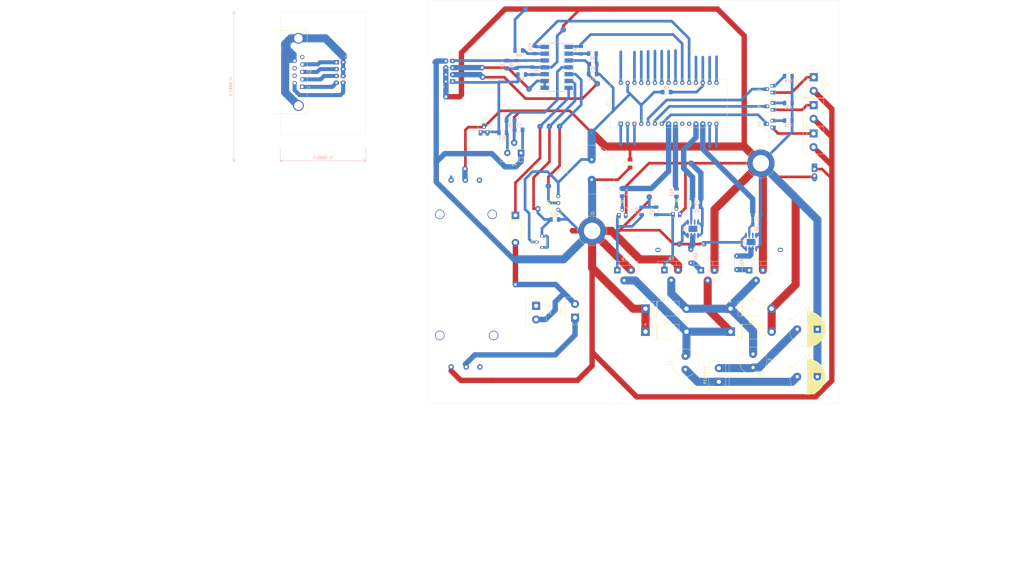
<source format=kicad_pcb>
(kicad_pcb (version 20171130) (host pcbnew 5.1.4-e60b266~84~ubuntu18.04.1)
  (layers (0 F.Cu signal) (31 B.Cu signal) (34 B.Paste user) (35 F.Paste user) (36 B.SilkS user) (37 F.SilkS user) (38 B.Mask user) (39 F.Mask user) (44 Edge.Cuts user))
  (net 0 "")
  (net 1 "Net-(A1-Pad16)")
  (net 2 PIN-READY-LED-GREEN)
  (net 3 "Net-(A1-Pad30)")
  (net 4 "Net-(A1-Pad14)")
  (net 5 "Net-(A1-Pad28)")
  (net 6 "Net-(A1-Pad27)")
  (net 7 PMOS_FRIO)
  (net 8 "Net-(A1-Pad26)")
  (net 9 PMOS_CALOR)
  (net 10 "Net-(A1-Pad25)")
  (net 11 PWM_FRIO)
  (net 12 "Net-(A1-Pad24)")
  (net 13 PWM_CALOR)
  (net 14 "Net-(A1-Pad23)")
  (net 15 "Net-(A1-Pad22)")
  (net 16 PIN-CAUTION-LED-YELLOW)
  (net 17 PIN_SENSOR_TEMPERATURA_PUNTUAL)
  (net 18 PIN-WARNING-LED-RED)
  (net 19 PIN_SENSOR_TEMPERATURA_SUPERFICIAL)
  (net 20 "Net-(A1-Pad19)")
  (net 21 "Net-(A1-Pad3)")
  (net 22 "Net-(A1-Pad18)")
  (net 23 "Net-(A1-Pad2)")
  (net 24 "Net-(A1-Pad17)")
  (net 25 "Net-(A1-Pad1)")
  (net 26 "Net-(C1-Pad1)")
  (net 27 "Net-(C2-Pad1)")
  (net 28 VCC)
  (net 29 VCC_OPAMPS)
  (net 30 term_pelt_2)
  (net 31 term_disip_2)
  (net 32 "Net-(D1-Pad2)")
  (net 33 "Net-(D3-Pad2)")
  (net 34 "Net-(D5-Pad2)")
  (net 35 "Net-(D5-Pad1)")
  (net 36 "Net-(D7-Pad1)")
  (net 37 "Net-(D8-Pad1)")
  (net 38 "Net-(D9-Pad1)")
  (net 39 "Net-(J2-Pad8)")
  (net 40 "Net-(J2-Pad7)")
  (net 41 term_disip_1)
  (net 42 REF_OPAMPS)
  (net 43 inPowerSupply)
  (net 44 "Net-(K1-Pad6)")
  (net 45 "Net-(Q1-Pad1)")
  (net 46 "Net-(Q2-Pad1)")
  (net 47 "Net-(Q3-Pad1)")
  (net 48 "Net-(Q4-Pad1)")
  (net 49 "Net-(Q5-Pad2)")
  (net 50 "Net-(Q6-Pad2)")
  (net 51 "Net-(Q7-Pad3)")
  (net 52 "Net-(Q8-Pad3)")
  (net 53 "Net-(Q9-Pad3)")
  (net 54 "Net-(R4-Pad2)")
  (net 55 "Net-(R6-Pad2)")
  (net 56 "Net-(R10-Pad2)")
  (net 57 "Net-(RV1-Pad2)")
  (net 58 "Net-(J5-Pad2)")
  (net 59 "Net-(J5-Pad1)")
  (net 60 "Net-(A1-Pad15)")
  (net 61 "Net-(U2-Pad3)")
  (net 62 "Net-(U3-Pad3)")
  (net 63 "Net-(R21-Pad2)")
  (net 64 "Net-(R22-Pad2)")
  (net 65 "Net-(J6-Pad1)")
  (net 66 fan_2)
  (net 67 "Net-(J2-Pad5)")
  (net 68 fan_2C)
  (net 69 fan_1C)
  (net 70 term_pelt_1C)
  (net 71 term_pelt_2C)
  (net 72 term_disip_1C)
  (net 73 term_disip_2C)
  (net 74 "Net-(R17-Pad2)")
  (net 75 "Net-(A1-Pad11)")
  (net 76 "Net-(A1-Pad10)")
  (module Package_TO_SOT_THT:TO-92_Inline (layer F.Cu) (at 153.924 103.886 90)
    (fp_text reference U6 (at 1.27 -3.56 90) (layer F.SilkS))
    (fp_text value TL431LP)
    (pad 1 thru_hole rect (at -0.8 0 90) (size 1.05 1.5) (drill 0.75) (layers *.Cu *.Mask) (net 74 "Net-(R17-Pad2)"))
    (pad 3 thru_hole oval (at 3.5 -0.1 90) (size 1.05 1.5) (drill 0.75) (layers *.Cu *.Mask) (net 74 "Net-(R17-Pad2)"))
    (pad 2 thru_hole oval (at 1.27 -2 90) (size 1.05 1.5) (drill 0.75) (layers *.Cu *.Mask) (net 66 fan_2))
  )
  (module Connector_Dsub:DSUB-9_Female_Horizontal_P2.77x2.84mm_EdgePinOffset7.70mm_Housed_MountingHolesOffset9.12mm (layer F.Cu) (at 64.77 44.958 270)
    (fp_text reference J2 (at -5.54 -2.8 90) (layer F.SilkS))
    (fp_text value DB9_Female_MountingHoles)
    (pad 0 thru_hole circle (at 6.96 1.42 270) (size 4 4) (drill 3.2) (layers *.Cu *.Mask) (net 68 fan_2C))
    (pad 0 thru_hole circle (at -18.04 1.42 270) (size 4 4) (drill 3.2) (layers *.Cu *.Mask) (net 68 fan_2C))
    (pad 9 thru_hole circle (at -9.695 2.84 270) (size 1.6 1.6) (drill 1) (layers *.Cu *.Mask) (net 68 fan_2C))
    (pad 8 thru_hole circle (at -6.925 2.84 270) (size 1.6 1.6) (drill 1) (layers *.Cu *.Mask) (net 39 "Net-(J2-Pad8)"))
    (pad 7 thru_hole circle (at -4.155 2.84 270) (size 1.6 1.6) (drill 1) (layers *.Cu *.Mask) (net 40 "Net-(J2-Pad7)"))
    (pad 6 thru_hole circle (at -1.385 2.84 270) (size 1.6 1.6) (drill 1) (layers *.Cu *.Mask) (net 69 fan_1C))
    (pad 5 thru_hole circle (at -11.08 0 270) (size 1.6 1.6) (drill 1) (layers *.Cu *.Mask) (net 67 "Net-(J2-Pad5)"))
    (pad 4 thru_hole circle (at -8.31 0 270) (size 1.6 1.6) (drill 1) (layers *.Cu *.Mask) (net 70 term_pelt_1C))
    (pad 3 thru_hole circle (at -5.54 0 270) (size 1.6 1.6) (drill 1) (layers *.Cu *.Mask) (net 71 term_pelt_2C))
    (pad 2 thru_hole circle (at -2.77 0 270) (size 1.6 1.6) (drill 1) (layers *.Cu *.Mask) (net 72 term_disip_1C))
    (pad 1 thru_hole rect (at 0 0 270) (size 1.6 1.6) (drill 1) (layers *.Cu *.Mask) (net 73 term_disip_2C))
  )
  (module Package_DIP:DoublePin (layer F.Cu) (at 77.47 35.814)
    (fp_text reference J8 (at 3.81 -2.33) (layer F.SilkS))
    (fp_text value Conn_02x04_Counter_Clockwise)
    (pad 1 thru_hole rect (at 0 0) (size 2 1.6) (drill 0.8) (layers *.Cu *.Mask) (net 70 term_pelt_1C))
    (pad 5 thru_hole oval (at 2.5 7.6) (size 2 1.6) (drill 0.8) (layers *.Cu *.Mask) (net 69 fan_1C))
    (pad 2 thru_hole oval (at 0 2.54) (size 2 1.6) (drill 0.8) (layers *.Cu *.Mask) (net 71 term_pelt_2C))
    (pad 6 thru_hole oval (at 2.5 5.1) (size 2 1.6) (drill 0.8) (layers *.Cu *.Mask) (net 68 fan_2C))
    (pad 3 thru_hole oval (at 0 5.08) (size 2 1.6) (drill 0.8) (layers *.Cu *.Mask) (net 72 term_disip_1C))
    (pad 7 thru_hole oval (at 2.5 2.54) (size 2 1.6) (drill 0.8) (layers *.Cu *.Mask) (net 68 fan_2C))
    (pad 4 thru_hole oval (at 0 7.62) (size 2 1.6) (drill 0.8) (layers *.Cu *.Mask) (net 73 term_disip_2C))
    (pad 8 thru_hole oval (at 2.5 0) (size 2 1.6) (drill 0.8) (layers *.Cu *.Mask) (net 68 fan_2C))
  )
  (module Package_DIP:DoublePin (layer F.Cu) (at 120.6246 42.9514 180)
    (fp_text reference J7 (at 3.81 -2.33) (layer F.SilkS))
    (fp_text value Conn_02x04_Counter_Clockwise)
    (pad 1 thru_hole rect (at 0 0 180) (size 2 1.6) (drill 0.8) (layers *.Cu *.Mask) (net 42 REF_OPAMPS))
    (pad 5 thru_hole oval (at 2.5 7.6 180) (size 2 1.6) (drill 0.8) (layers *.Cu *.Mask) (net 28 VCC))
    (pad 2 thru_hole oval (at 0 2.54 180) (size 2 1.6) (drill 0.8) (layers *.Cu *.Mask) (net 30 term_pelt_2))
    (pad 6 thru_hole oval (at 2.5 5.1 180) (size 2 1.6) (drill 0.8) (layers *.Cu *.Mask) (net 66 fan_2))
    (pad 3 thru_hole oval (at 0 5.08 180) (size 2 1.6) (drill 0.8) (layers *.Cu *.Mask) (net 41 term_disip_1))
    (pad 7 thru_hole oval (at 2.5 2.54 180) (size 2 1.6) (drill 0.8) (layers *.Cu *.Mask) (net 66 fan_2))
    (pad 4 thru_hole oval (at 0 7.62 180) (size 2 1.6) (drill 0.8) (layers *.Cu *.Mask) (net 31 term_disip_2))
    (pad 8 thru_hole oval (at 2.5 0 180) (size 2 1.6) (drill 0.8) (layers *.Cu *.Mask) (net 66 fan_2))
  )
  (module TerminalBlock:TerminalBlock_bornier-2_P5.08mm (layer F.Cu) (at 151.6634 126.3142 270)
    (fp_text reference J6 (at 2.54 -5.08 90) (layer F.SilkS))
    (fp_text value "Pulsador OFF")
    (pad 2 thru_hole circle (at 5.08 0 270) (size 3 3) (drill 1.52) (layers *.Cu *.Mask) (net 34 "Net-(D5-Pad2)"))
    (pad 1 thru_hole rect (at 0 0 270) (size 3 3) (drill 1.52) (layers *.Cu *.Mask) (net 65 "Net-(J6-Pad1)"))
  )
  (module Resistor_THT:R_Axial_DIN0204_L3.6mm_D1.6mm_P5.08mm_Horizontal (layer B.Cu) (at 209.169 110.4392 90)
    (fp_text reference R22 (at 2.54 1.92 270) (layer B.SilkS) (effects (justify mirror)))
    (fp_text value 15)
    (pad 2 thru_hole oval (at 5.08 0 90) (size 1.4 1.4) (drill 0.7) (layers *.Cu *.Mask) (net 64 "Net-(R22-Pad2)"))
    (pad 1 thru_hole circle (at 0 0 90) (size 1.4 1.4) (drill 0.7) (layers *.Cu *.Mask) (net 46 "Net-(Q2-Pad1)"))
  )
  (module Resistor_THT:R_Axial_DIN0204_L3.6mm_D1.6mm_P5.08mm_Horizontal (layer B.Cu) (at 226.2378 112.8776 90)
    (fp_text reference R21 (at 2.54 1.92 270) (layer B.SilkS) (effects (justify mirror)))
    (fp_text value 15)
    (pad 2 thru_hole oval (at 5.08 0 90) (size 1.4 1.4) (drill 0.7) (layers *.Cu *.Mask) (net 63 "Net-(R21-Pad2)"))
    (pad 1 thru_hole circle (at 0 0 90) (size 1.4 1.4) (drill 0.7) (layers *.Cu *.Mask) (net 48 "Net-(Q4-Pad1)"))
  )
  (module custom_footprints:Modulo_Relé_Arduino (layer F.Cu) (at 115.89512 92.33154 90)
    (fp_text reference K1 (at 19.5 2.5 90) (layer F.SilkS))
    (fp_text value Modulo_Relé)
    (pad 4 thru_hole circle (at -56.7 4.2 90) (size 2 2) (drill 1) (layers *.Cu *.Mask) (net 28 VCC))
    (pad 5 thru_hole circle (at -56.7 9.8 90) (size 2 2) (drill 1) (layers *.Cu *.Mask) (net 43 inPowerSupply))
    (pad 6 thru_hole circle (at -56.7 14.9 90) (size 2 2) (drill 1) (layers *.Cu *.Mask) (net 44 "Net-(K1-Pad6)"))
    (pad 3 thru_hole circle (at 12.7 4.2 90) (size 2 2) (drill 1) (layers *.Cu *.Mask) (net 65 "Net-(J6-Pad1)"))
    (pad "" np_thru_hole circle (at 0 0 90) (size 3.5 3.5) (drill 3) (layers *.Cu *.Mask))
    (pad 1 thru_hole circle (at 12.7 14.7 90) (size 2 2) (drill 1) (layers *.Cu *.Mask) (net 43 inPowerSupply))
    (pad "" np_thru_hole circle (at 0 19.5 90) (size 3.5 3.5) (drill 3) (layers *.Cu *.Mask))
    (pad "" np_thru_hole circle (at -45 20 90) (size 3.5 3.5) (drill 3) (layers *.Cu *.Mask))
    (pad "" np_thru_hole circle (at -45 0 90) (size 3.5 3.5) (drill 3) (layers *.Cu *.Mask))
    (pad 2 thru_hole circle (at 12.7 9.5 90) (size 2 2) (drill 1) (layers *.Cu *.Mask) (net 66 fan_2))
  )
  (module Connector:Banana_Jack_1Pin (layer F.Cu) (at 235.204 73.32218)
    (fp_text reference J4 (at 0 -6.5) (layer F.SilkS))
    (fp_text value Conn_01x01)
    (pad 1 thru_hole circle (at 0 0) (size 10.16 10.16) (drill 6.1) (layers *.Cu *.Mask) (net 66 fan_2))
  )
  (module Connector:Banana_Jack_1Pin (layer F.Cu) (at 172.48632 98.47834)
    (fp_text reference J3 (at 0 -6.5) (layer F.SilkS))
    (fp_text value Conn_01x01)
    (pad 1 thru_hole circle (at 0 0) (size 10.16 10.16) (drill 6.1) (layers *.Cu *.Mask) (net 28 VCC))
  )
  (module Diode_THT:D_DO-201AD_P15.24mm_Horizontal (layer F.Cu) (at 223.96704 135.9281)
    (fp_text reference D2 (at 7.62 -3.72) (layer F.SilkS))
    (fp_text value 1N5822)
    (fp_text user K (at 0 -2.6) (layer F.SilkS))
    (pad 2 thru_hole oval (at 15.24 0) (size 3.2 3.2) (drill 1.6) (layers *.Cu *.Mask) (net 66 fan_2))
    (pad 1 thru_hole rect (at 0 0) (size 3.2 3.2) (drill 1.6) (layers *.Cu *.Mask) (net 32 "Net-(D1-Pad2)"))
  )
  (module custom_footprints:disipadorFETS (layer F.Cu) (at 213.48192 102.98938)
    (fp_text reference J5 (at 0 0.5) (layer F.SilkS))
    (fp_text value Conn_01x02)
    (pad 2 thru_hole oval (at 28.956 2.54) (size 2 1.524) (drill oval 1.4 0.762) (layers *.Cu *.Mask) (net 58 "Net-(J5-Pad2)"))
    (pad 1 thru_hole oval (at -16.51 2.54) (size 2 1.5) (drill oval 1.4 0.7) (layers *.Cu *.Mask) (net 59 "Net-(J5-Pad1)"))
  )
  (module Capacitor_SMD:C_1206_3216Metric_Pad1.42x1.75mm_HandSolder (layer B.Cu) (at 140.7922 36.6903 270)
    (fp_text reference C11 (at 0 1.82 90) (layer B.SilkS) (effects (justify mirror)))
    (fp_text value 4.7n)
    (pad 2 smd roundrect (at 1.4875 0 270) (size 1.425 1.75) (layers B.Cu B.Paste B.Mask) (roundrect_rratio 0.175439) (net 66 fan_2))
    (pad 1 smd roundrect (at -1.4875 0 270) (size 1.425 1.75) (layers B.Cu B.Paste B.Mask) (roundrect_rratio 0.175439) (net 31 term_disip_2))
  )
  (module Capacitor_SMD:C_1206_3216Metric_Pad1.42x1.75mm_HandSolder (layer B.Cu) (at 172.70476 40.21582)
    (fp_text reference C10 (at 0 1.82 180) (layer B.SilkS) (effects (justify mirror)))
    (fp_text value 4.7n)
    (pad 2 smd roundrect (at 1.4875 0) (size 1.425 1.75) (layers B.Cu B.Paste B.Mask) (roundrect_rratio 0.175439) (net 66 fan_2))
    (pad 1 smd roundrect (at -1.4875 0) (size 1.425 1.75) (layers B.Cu B.Paste B.Mask) (roundrect_rratio 0.175439) (net 30 term_pelt_2))
  )
  (module Capacitor_SMD:C_1206_3216Metric_Pad1.42x1.75mm_HandSolder (layer B.Cu) (at 200.1663 46.90618 180)
    (fp_text reference C9 (at 0 1.82 180) (layer B.SilkS) (effects (justify mirror)))
    (fp_text value 100n)
    (pad 2 smd roundrect (at 1.4875 0 180) (size 1.425 1.75) (layers B.Cu B.Paste B.Mask) (roundrect_rratio 0.175439) (net 66 fan_2))
    (pad 1 smd roundrect (at -1.4875 0 180) (size 1.425 1.75) (layers B.Cu B.Paste B.Mask) (roundrect_rratio 0.175439) (net 22 "Net-(A1-Pad18)"))
  )
  (module Capacitor_SMD:C_1206_3216Metric_Pad1.42x1.75mm_HandSolder (layer F.Cu) (at 186.58332 73.45426 90)
    (fp_text reference C8 (at 0 -1.82 90) (layer F.SilkS))
    (fp_text value 1u)
    (pad 2 smd roundrect (at 1.4875 0 90) (size 1.425 1.75) (layers F.Cu F.Paste F.Mask) (roundrect_rratio 0.175439) (net 66 fan_2))
    (pad 1 smd roundrect (at -1.4875 0 90) (size 1.425 1.75) (layers F.Cu F.Paste F.Mask) (roundrect_rratio 0.175439) (net 28 VCC))
  )
  (module Capacitor_SMD:C_1206_3216Metric_Pad1.42x1.75mm_HandSolder (layer B.Cu) (at 142.17998 57.49798)
    (fp_text reference C6 (at 0 1.82 180) (layer B.SilkS) (effects (justify mirror)))
    (fp_text value 0.1u)
    (pad 2 smd roundrect (at 1.4875 0) (size 1.425 1.75) (layers B.Cu B.Paste B.Mask) (roundrect_rratio 0.175439) (net 66 fan_2))
    (pad 1 smd roundrect (at -1.4875 0) (size 1.425 1.75) (layers B.Cu B.Paste B.Mask) (roundrect_rratio 0.175439) (net 29 VCC_OPAMPS))
  )
  (module Capacitor_SMD:C_1206_3216Metric_Pad1.42x1.75mm_HandSolder (layer B.Cu) (at 145.16006 60.91174 180)
    (fp_text reference C5 (at 0 1.82 180) (layer B.SilkS) (effects (justify mirror)))
    (fp_text value 0.33u)
    (pad 2 smd roundrect (at 1.4875 0 180) (size 1.425 1.75) (layers B.Cu B.Paste B.Mask) (roundrect_rratio 0.175439) (net 66 fan_2))
    (pad 1 smd roundrect (at -1.4875 0 180) (size 1.425 1.75) (layers B.Cu B.Paste B.Mask) (roundrect_rratio 0.175439) (net 28 VCC))
  )
  (module Capacitor_SMD:C_1206_3216Metric_Pad1.42x1.75mm_HandSolder (layer B.Cu) (at 233.65968 92.38234)
    (fp_text reference C4 (at 0 1.82) (layer B.SilkS) (effects (justify mirror)))
    (fp_text value 2.2n)
    (pad 2 smd roundrect (at 1.4875 0) (size 1.425 1.75) (layers B.Cu B.Paste B.Mask) (roundrect_rratio 0.175439) (net 66 fan_2))
    (pad 1 smd roundrect (at -1.4875 0) (size 1.425 1.75) (layers B.Cu B.Paste B.Mask) (roundrect_rratio 0.175439) (net 11 PWM_FRIO))
  )
  (module Capacitor_SMD:C_1206_3216Metric_Pad1.42x1.75mm_HandSolder (layer B.Cu) (at 211.40928 86.61654)
    (fp_text reference C3 (at 0 1.82) (layer B.SilkS) (effects (justify mirror)))
    (fp_text value 2.2n)
    (pad 2 smd roundrect (at 1.4875 0) (size 1.425 1.75) (layers B.Cu B.Paste B.Mask) (roundrect_rratio 0.175439) (net 66 fan_2))
    (pad 1 smd roundrect (at -1.4875 0) (size 1.425 1.75) (layers B.Cu B.Paste B.Mask) (roundrect_rratio 0.175439) (net 13 PWM_CALOR))
  )
  (module Diode_THT:D_DO-201AD_P15.24mm_Horizontal (layer F.Cu) (at 192.30848 135.9281)
    (fp_text reference D1 (at 7.62 -3.72) (layer F.SilkS))
    (fp_text value 1N5822)
    (fp_text user K (at 0 -2.6) (layer F.SilkS))
    (pad 2 thru_hole oval (at 15.24 0) (size 3.2 3.2) (drill 1.6) (layers *.Cu *.Mask) (net 32 "Net-(D1-Pad2)"))
    (pad 1 thru_hole rect (at 0 0) (size 3.2 3.2) (drill 1.6) (layers *.Cu *.Mask) (net 28 VCC))
  )
  (module Resistor_SMD:R_1206_3216Metric (layer B.Cu) (at 203.81976 84.25434 270)
    (fp_text reference R15 (at 0 1.82 90) (layer B.SilkS) (effects (justify mirror)))
    (fp_text value 4k7)
    (pad 2 smd roundrect (at 1.4 0 270) (size 1.25 1.75) (layers B.Cu B.Paste B.Mask) (roundrect_rratio 0.2) (net 50 "Net-(Q6-Pad2)"))
    (pad 1 smd roundrect (at -1.4 0 270) (size 1.25 1.75) (layers B.Cu B.Paste B.Mask) (roundrect_rratio 0.2) (net 9 PMOS_CALOR))
  )
  (module Resistor_SMD:R_1206_3216Metric (layer B.Cu) (at 183.6166 84.11718 90)
    (fp_text reference R14 (at 0 1.82 90) (layer B.SilkS) (effects (justify mirror)))
    (fp_text value 4k7)
    (pad 2 smd roundrect (at 1.4 0 90) (size 1.25 1.75) (layers B.Cu B.Paste B.Mask) (roundrect_rratio 0.2) (net 7 PMOS_FRIO))
    (pad 1 smd roundrect (at -1.4 0 90) (size 1.25 1.75) (layers B.Cu B.Paste B.Mask) (roundrect_rratio 0.2) (net 49 "Net-(Q5-Pad2)"))
  )
  (module Diode_THT:D_DO-201AD_P15.24mm_Horizontal (layer F.Cu) (at 192.30848 127.38354)
    (fp_text reference D3 (at 7.62 -3.72) (layer F.SilkS))
    (fp_text value 1N5822)
    (fp_text user K (at 0 -2.6) (layer F.SilkS))
    (pad 2 thru_hole oval (at 15.24 0) (size 3.2 3.2) (drill 1.6) (layers *.Cu *.Mask) (net 33 "Net-(D3-Pad2)"))
    (pad 1 thru_hole rect (at 0 0) (size 3.2 3.2) (drill 1.6) (layers *.Cu *.Mask) (net 28 VCC))
  )
  (module Diode_THT:D_DO-201AD_P15.24mm_Horizontal (layer F.Cu) (at 223.93148 127.38354)
    (fp_text reference D4 (at 7.62 -3.72) (layer F.SilkS))
    (fp_text value 1N5822)
    (fp_text user K (at 0 -2.6) (layer F.SilkS))
    (pad 1 thru_hole rect (at 0 0) (size 3.2 3.2) (drill 1.6) (layers *.Cu *.Mask) (net 33 "Net-(D3-Pad2)"))
    (pad 2 thru_hole oval (at 15.24 0) (size 3.2 3.2) (drill 1.6) (layers *.Cu *.Mask) (net 66 fan_2))
  )
  (module Package_DIP:DIP-14_W8.89mm_SMDSocket_LongPads (layer B.Cu) (at 159.32404 37.69614 180)
    (fp_text reference U1 (at 0 9.95 180) (layer B.SilkS) (effects (justify mirror)))
    (fp_text value LM2902)
    (pad 14 smd rect (at 4.445 7.62 180) (size 3.1 1.6) (layers B.Cu B.Paste B.Mask) (net 17 PIN_SENSOR_TEMPERATURA_PUNTUAL))
    (pad 7 smd rect (at -4.445 -7.62 180) (size 3.1 1.6) (layers B.Cu B.Paste B.Mask) (net 35 "Net-(D5-Pad1)"))
    (pad 13 smd rect (at 4.445 5.08 180) (size 3.1 1.6) (layers B.Cu B.Paste B.Mask) (net 56 "Net-(R10-Pad2)"))
    (pad 6 smd rect (at -4.445 -5.08 180) (size 3.1 1.6) (layers B.Cu B.Paste B.Mask) (net 74 "Net-(R17-Pad2)"))
    (pad 12 smd rect (at 4.445 2.54 180) (size 3.1 1.6) (layers B.Cu B.Paste B.Mask) (net 31 term_disip_2))
    (pad 5 smd rect (at -4.445 -2.54 180) (size 3.1 1.6) (layers B.Cu B.Paste B.Mask) (net 57 "Net-(RV1-Pad2)"))
    (pad 11 smd rect (at 4.445 0 180) (size 3.1 1.6) (layers B.Cu B.Paste B.Mask) (net 66 fan_2))
    (pad 4 smd rect (at -4.445 0 180) (size 3.1 1.6) (layers B.Cu B.Paste B.Mask) (net 29 VCC_OPAMPS))
    (pad 10 smd rect (at 4.445 -2.54 180) (size 3.1 1.6) (layers B.Cu B.Paste B.Mask) (net 55 "Net-(R6-Pad2)"))
    (pad 3 smd rect (at -4.445 2.54 180) (size 3.1 1.6) (layers B.Cu B.Paste B.Mask) (net 30 term_pelt_2))
    (pad 9 smd rect (at 4.445 -5.08 180) (size 3.1 1.6) (layers B.Cu B.Paste B.Mask) (net 41 term_disip_1))
    (pad 2 smd rect (at -4.445 5.08 180) (size 3.1 1.6) (layers B.Cu B.Paste B.Mask) (net 54 "Net-(R4-Pad2)"))
    (pad 8 smd rect (at 4.445 -7.62 180) (size 3.1 1.6) (layers B.Cu B.Paste B.Mask) (net 41 term_disip_1))
    (pad 1 smd rect (at -4.445 7.62 180) (size 3.1 1.6) (layers B.Cu B.Paste B.Mask) (net 19 PIN_SENSOR_TEMPERATURA_SUPERFICIAL))
  )
  (module Potentiometer_THT:Potentiometer_Bourns_3266Y_Vertical (layer F.Cu) (at 159.9184 85.52942 90)
    (fp_text reference RV1 (at -2.54 -3.41 90) (layer F.SilkS))
    (fp_text value R_POT)
    (pad 3 thru_hole circle (at -5.08 0 90) (size 1.44 1.44) (drill 0.8) (layers *.Cu *.Mask) (net 28 VCC))
    (pad 2 thru_hole circle (at -2.54 0 90) (size 1.44 1.44) (drill 0.8) (layers *.Cu *.Mask) (net 57 "Net-(RV1-Pad2)"))
    (pad 1 thru_hole circle (at 0 0 90) (size 1.44 1.44) (drill 0.8) (layers *.Cu *.Mask) (net 66 fan_2))
  )
  (module Resistor_SMD:R_1206_3216Metric (layer B.Cu) (at 139.28136 62.08522)
    (fp_text reference R13 (at 0 1.82) (layer B.SilkS) (effects (justify mirror)))
    (fp_text value 1k)
    (pad 2 smd roundrect (at 1.4 0) (size 1.25 1.75) (layers B.Cu B.Paste B.Mask) (roundrect_rratio 0.2) (net 29 VCC_OPAMPS))
    (pad 1 smd roundrect (at -1.4 0) (size 1.25 1.75) (layers B.Cu B.Paste B.Mask) (roundrect_rratio 0.2) (net 42 REF_OPAMPS))
  )
  (module Resistor_SMD:R_1206_3216Metric (layer B.Cu) (at 196.29628 91.04122 270)
    (fp_text reference R12 (at 0 1.82 90) (layer B.SilkS) (effects (justify mirror)))
    (fp_text value 1K)
    (pad 2 smd roundrect (at 1.4 0 270) (size 1.25 1.75) (layers B.Cu B.Paste B.Mask) (roundrect_rratio 0.2) (net 47 "Net-(Q3-Pad1)"))
    (pad 1 smd roundrect (at -1.4 0 270) (size 1.25 1.75) (layers B.Cu B.Paste B.Mask) (roundrect_rratio 0.2) (net 28 VCC))
  )
  (module Resistor_SMD:R_1206_3216Metric (layer B.Cu) (at 190.89624 91.08186 270)
    (fp_text reference R11 (at 0 1.82 90) (layer B.SilkS) (effects (justify mirror)))
    (fp_text value 1K)
    (pad 2 smd roundrect (at 1.4 0 270) (size 1.25 1.75) (layers B.Cu B.Paste B.Mask) (roundrect_rratio 0.2) (net 45 "Net-(Q1-Pad1)"))
    (pad 1 smd roundrect (at -1.4 0 270) (size 1.25 1.75) (layers B.Cu B.Paste B.Mask) (roundrect_rratio 0.2) (net 28 VCC))
  )
  (module Resistor_SMD:R_1206_3216Metric (layer B.Cu) (at 233.58856 96.03486)
    (fp_text reference R2 (at 0 1.82) (layer B.SilkS) (effects (justify mirror)))
    (fp_text value "391 ohm")
    (pad 2 smd roundrect (at 1.4 0) (size 1.25 1.75) (layers B.Cu B.Paste B.Mask) (roundrect_rratio 0.2) (net 66 fan_2))
    (pad 1 smd roundrect (at -1.4 0) (size 1.25 1.75) (layers B.Cu B.Paste B.Mask) (roundrect_rratio 0.2) (net 11 PWM_FRIO))
  )
  (module Resistor_SMD:R_1206_3216Metric (layer B.Cu) (at 211.33816 89.45118)
    (fp_text reference R1 (at 0 1.82) (layer B.SilkS) (effects (justify mirror)))
    (fp_text value "391 ohm")
    (pad 2 smd roundrect (at 1.4 0) (size 1.25 1.75) (layers B.Cu B.Paste B.Mask) (roundrect_rratio 0.2) (net 66 fan_2))
    (pad 1 smd roundrect (at -1.4 0) (size 1.25 1.75) (layers B.Cu B.Paste B.Mask) (roundrect_rratio 0.2) (net 13 PWM_CALOR))
  )
  (module custom_footprints:TO-92_HandSolder (layer F.Cu) (at 131.02844 61.19114)
    (fp_text reference U5 (at 1.27 -4.4) (layer F.SilkS))
    (fp_text value TL431LP)
    (pad 1 thru_hole rect (at 0 0.5) (size 1.3 2) (drill 0.75 (offset 0 0.4)) (layers *.Cu *.Mask) (net 42 REF_OPAMPS))
    (pad 3 thru_hole roundrect (at 2.54 0.5) (size 1.3 2) (drill 0.75 (offset 0 0.4)) (layers *.Cu *.Mask) (net 42 REF_OPAMPS))
    (pad 2 thru_hole roundrect (at 1.27 -1.27) (size 1.3 2) (drill 0.75 (offset 0 -0.4)) (layers *.Cu *.Mask) (net 66 fan_2))
  )
  (module custom_footprints:TO-220-3_Vertical (layer F.Cu) (at 146.0754 69.50202 180)
    (fp_text reference U4 (at 2.54 -4.27) (layer F.SilkS))
    (fp_text value LM7808_TO220)
    (pad 3 thru_hole circle (at 5.08 0 180) (size 2.4 2.4) (drill 1.1) (layers *.Cu *.Mask) (net 29 VCC_OPAMPS))
    (pad 2 thru_hole circle (at 2.54 3.81 180) (size 2.4 2.4) (drill 1.1) (layers *.Cu *.Mask) (net 66 fan_2))
    (pad 1 thru_hole rect (at 0 0 180) (size 2.4 2.4) (drill 1.1) (layers *.Cu *.Mask) (net 28 VCC))
  )
  (module Package_SO:SOIC-8-1EP_3.9x4.9mm_P1.27mm_EP2.41x3.3mm (layer B.Cu) (at 209.95132 97.68586 270)
    (fp_text reference U3 (at 0 3.4 270) (layer B.SilkS) (effects (justify mirror)))
    (fp_text value MCP1407)
    (pad 8 smd roundrect (at 2.475 1.905 270) (size 1.95 0.6) (layers B.Cu B.Paste B.Mask) (net 28 VCC))
    (pad 7 smd roundrect (at 2.475 0.635 270) (size 1.95 0.6) (layers B.Cu B.Paste B.Mask) (net 64 "Net-(R22-Pad2)"))
    (pad 6 smd roundrect (at 2.475 -0.635 270) (size 1.95 0.6) (layers B.Cu B.Paste B.Mask) (net 64 "Net-(R22-Pad2)"))
    (pad 5 smd roundrect (at 2.475 -1.905 270) (size 1.95 0.6) (layers B.Cu B.Paste B.Mask) (net 66 fan_2))
    (pad 4 smd roundrect (at -2.475 -1.905 270) (size 1.95 0.6) (layers B.Cu B.Paste B.Mask) (net 66 fan_2))
    (pad 3 smd roundrect (at -2.475 -0.635 270) (size 1.95 0.6) (layers B.Cu B.Paste B.Mask) (net 62 "Net-(U3-Pad3)"))
    (pad 2 smd roundrect (at -2.475 0.635 270) (size 1.95 0.6) (layers B.Cu B.Paste B.Mask) (net 13 PWM_CALOR))
    (pad 1 smd roundrect (at -2.475 1.905 270) (size 1.95 0.6) (layers B.Cu B.Paste B.Mask) (net 28 VCC))
    (pad 9 smd roundrect (at 0 0 270) (size 2.41 3.3) (layers B.Cu B.Mask) (roundrect_rratio 0.103734))
  )
  (module Package_SO:SOIC-8-1EP_3.9x4.9mm_P1.27mm_EP2.41x3.3mm (layer B.Cu) (at 231.54464 102.61482 270)
    (fp_text reference U2 (at 0 3.4 90) (layer B.SilkS) (effects (justify mirror)))
    (fp_text value MCP1407)
    (pad 8 smd roundrect (at 2.475 1.905 270) (size 1.95 0.6) (layers B.Cu B.Paste B.Mask) (net 28 VCC))
    (pad 7 smd roundrect (at 2.475 0.635 270) (size 1.95 0.6) (layers B.Cu B.Paste B.Mask) (net 63 "Net-(R21-Pad2)"))
    (pad 6 smd roundrect (at 2.475 -0.635 270) (size 1.95 0.6) (layers B.Cu B.Paste B.Mask) (net 63 "Net-(R21-Pad2)"))
    (pad 5 smd roundrect (at 2.475 -1.905 270) (size 1.95 0.6) (layers B.Cu B.Paste B.Mask) (net 66 fan_2))
    (pad 4 smd roundrect (at -2.475 -1.905 270) (size 1.95 0.6) (layers B.Cu B.Paste B.Mask) (net 66 fan_2))
    (pad 3 smd roundrect (at -2.475 -0.635 270) (size 1.95 0.6) (layers B.Cu B.Paste B.Mask) (net 61 "Net-(U2-Pad3)"))
    (pad 2 smd roundrect (at -2.475 0.635 270) (size 1.95 0.6) (layers B.Cu B.Paste B.Mask) (net 11 PWM_FRIO))
    (pad 1 smd roundrect (at -2.475 1.905 270) (size 1.95 0.6) (layers B.Cu B.Paste B.Mask) (net 28 VCC))
    (pad 9 smd roundrect (at 0 0 270) (size 2.41 3.3) (layers B.Cu B.Mask) (roundrect_rratio 0.103734))
  )
  (module TerminalBlock:TerminalBlock_bornier-2_P5.08mm (layer F.Cu) (at 166.1414 130.7084 90)
    (fp_text reference SW1 (at 2.54 -5.08 90) (layer F.SilkS))
    (fp_text value "Pulsador ON")
    (pad 1 thru_hole rect (at 0 0 90) (size 3 3) (drill 1.52) (layers *.Cu *.Mask) (net 43 inPowerSupply))
    (pad 2 thru_hole circle (at 5.08 0 90) (size 3 3) (drill 1.52) (layers *.Cu *.Mask) (net 34 "Net-(D5-Pad2)"))
  )
  (module Resistor_SMD:R_1206_3216Metric (layer B.Cu) (at 245.40672 50.97526)
    (fp_text reference R20 (at 0 1.82) (layer B.SilkS) (effects (justify mirror)))
    (fp_text value 220)
    (pad 2 smd roundrect (at 1.4 0) (size 1.25 1.75) (layers B.Cu B.Paste B.Mask) (roundrect_rratio 0.2) (net 66 fan_2))
    (pad 1 smd roundrect (at -1.4 0) (size 1.25 1.75) (layers B.Cu B.Paste B.Mask) (roundrect_rratio 0.2) (net 53 "Net-(Q9-Pad3)"))
  )
  (module Resistor_SMD:R_1206_3216Metric (layer B.Cu) (at 245.40672 57.47766)
    (fp_text reference R19 (at 0 1.82 180) (layer B.SilkS) (effects (justify mirror)))
    (fp_text value 220)
    (pad 2 smd roundrect (at 1.4 0) (size 1.25 1.75) (layers B.Cu B.Paste B.Mask) (roundrect_rratio 0.2) (net 66 fan_2))
    (pad 1 smd roundrect (at -1.4 0) (size 1.25 1.75) (layers B.Cu B.Paste B.Mask) (roundrect_rratio 0.2) (net 52 "Net-(Q8-Pad3)"))
  )
  (module Resistor_SMD:R_1206_3216Metric (layer B.Cu) (at 245.40672 40.96258)
    (fp_text reference R18 (at 0 1.82) (layer B.SilkS) (effects (justify mirror)))
    (fp_text value 220)
    (pad 2 smd roundrect (at 1.4 0) (size 1.25 1.75) (layers B.Cu B.Paste B.Mask) (roundrect_rratio 0.2) (net 66 fan_2))
    (pad 1 smd roundrect (at -1.4 0) (size 1.25 1.75) (layers B.Cu B.Paste B.Mask) (roundrect_rratio 0.2) (net 51 "Net-(Q7-Pad3)"))
  )
  (module Resistor_SMD:R_1206_3216Metric (layer B.Cu) (at 158.61492 94.22638 180)
    (fp_text reference R17 (at 0 1.82) (layer B.SilkS) (effects (justify mirror)))
    (fp_text value R)
    (pad 2 smd roundrect (at 1.4 0 180) (size 1.25 1.75) (layers B.Cu B.Paste B.Mask) (roundrect_rratio 0.2) (net 74 "Net-(R17-Pad2)"))
    (pad 1 smd roundrect (at -1.4 0 180) (size 1.25 1.75) (layers B.Cu B.Paste B.Mask) (roundrect_rratio 0.2) (net 28 VCC))
  )
  (module Resistor_SMD:R_1206_3216Metric (layer B.Cu) (at 151.11476 31.19882 270)
    (fp_text reference R10 (at -1.143 1.68148 90) (layer B.SilkS) (effects (justify mirror)))
    (fp_text value 82k)
    (pad 2 smd roundrect (at 1.4 0 270) (size 1.25 1.75) (layers B.Cu B.Paste B.Mask) (roundrect_rratio 0.2) (net 56 "Net-(R10-Pad2)"))
    (pad 1 smd roundrect (at -1.4 0 270) (size 1.25 1.75) (layers B.Cu B.Paste B.Mask) (roundrect_rratio 0.2) (net 17 PIN_SENSOR_TEMPERATURA_PUNTUAL))
  )
  (module Resistor_SMD:R_1206_3216Metric (layer B.Cu) (at 145.24736 31.44774 180)
    (fp_text reference R9 (at -0.03048 -1.95072 180) (layer B.SilkS) (effects (justify mirror)))
    (fp_text value 10k)
    (pad 2 smd roundrect (at 1.4 0 180) (size 1.25 1.75) (layers B.Cu B.Paste B.Mask) (roundrect_rratio 0.2) (net 66 fan_2))
    (pad 1 smd roundrect (at -1.4 0 180) (size 1.25 1.75) (layers B.Cu B.Paste B.Mask) (roundrect_rratio 0.2) (net 56 "Net-(R10-Pad2)"))
  )
  (module Resistor_SMD:R_1206_3216Metric (layer B.Cu) (at 144.36852 36.59378 270)
    (fp_text reference R8 (at 0 1.82 90) (layer B.SilkS) (effects (justify mirror)))
    (fp_text value 39k)
    (pad 2 smd roundrect (at 1.4 0 270) (size 1.25 1.75) (layers B.Cu B.Paste B.Mask) (roundrect_rratio 0.2) (net 66 fan_2))
    (pad 1 smd roundrect (at -1.4 0 270) (size 1.25 1.75) (layers B.Cu B.Paste B.Mask) (roundrect_rratio 0.2) (net 31 term_disip_2))
  )
  (module Resistor_SMD:R_1206_3216Metric (layer B.Cu) (at 150.28672 38.99154 90)
    (fp_text reference R7 (at 0 1.82 90) (layer B.SilkS) (effects (justify mirror)))
    (fp_text value 1k)
    (pad 2 smd roundrect (at 1.4 0 90) (size 1.25 1.75) (layers B.Cu B.Paste B.Mask) (roundrect_rratio 0.2) (net 66 fan_2))
    (pad 1 smd roundrect (at -1.4 0 90) (size 1.25 1.75) (layers B.Cu B.Paste B.Mask) (roundrect_rratio 0.2) (net 55 "Net-(R6-Pad2)"))
  )
  (module Resistor_SMD:R_1206_3216Metric (layer B.Cu) (at 146.33448 40.3733)
    (fp_text reference R6 (at 0 1.82 180) (layer B.SilkS) (effects (justify mirror)))
    (fp_text value 3.3k)
    (pad 1 smd roundrect (at -1.4 0) (size 1.25 1.75) (layers B.Cu B.Paste B.Mask) (roundrect_rratio 0.2) (net 42 REF_OPAMPS))
    (pad 2 smd roundrect (at 1.4 0) (size 1.25 1.75) (layers B.Cu B.Paste B.Mask) (roundrect_rratio 0.2) (net 55 "Net-(R6-Pad2)"))
  )
  (module Resistor_SMD:R_1206_3216Metric (layer B.Cu) (at 172.599759 32.58312)
    (fp_text reference R5 (at 0 1.82) (layer B.SilkS) (effects (justify mirror)))
    (fp_text value 27k)
    (pad 2 smd roundrect (at 1.4 0) (size 1.25 1.75) (layers B.Cu B.Paste B.Mask) (roundrect_rratio 0.2) (net 66 fan_2))
    (pad 1 smd roundrect (at -1.4 0) (size 1.25 1.75) (layers B.Cu B.Paste B.Mask) (roundrect_rratio 0.2) (net 54 "Net-(R4-Pad2)"))
  )
  (module Resistor_SMD:R_1206_3216Metric (layer B.Cu) (at 168.25468 31.31566 270)
    (fp_text reference R4 (at 0 1.82 90) (layer B.SilkS) (effects (justify mirror)))
    (fp_text value 39k)
    (pad 2 smd roundrect (at 1.4 0 270) (size 1.25 1.75) (layers B.Cu B.Paste B.Mask) (roundrect_rratio 0.2) (net 54 "Net-(R4-Pad2)"))
    (pad 1 smd roundrect (at -1.4 0 270) (size 1.25 1.75) (layers B.Cu B.Paste B.Mask) (roundrect_rratio 0.2) (net 19 PIN_SENSOR_TEMPERATURA_SUPERFICIAL))
  )
  (module Resistor_SMD:R_1206_3216Metric (layer B.Cu) (at 172.87976 36.4871)
    (fp_text reference R3 (at 0 1.82 180) (layer B.SilkS) (effects (justify mirror)))
    (fp_text value 39k)
    (pad 2 smd roundrect (at 1.4 0) (size 1.25 1.75) (layers B.Cu B.Paste B.Mask) (roundrect_rratio 0.2) (net 66 fan_2))
    (pad 1 smd roundrect (at -1.4 0) (size 1.25 1.75) (layers B.Cu B.Paste B.Mask) (roundrect_rratio 0.2) (net 30 term_pelt_2))
  )
  (module custom_footprints:TO-92_HandSolder (layer F.Cu) (at 238.9378 53.47462 90)
    (fp_text reference Q9 (at 1.27 -4.4 90) (layer F.SilkS))
    (fp_text value BC548)
    (pad 1 thru_hole rect (at 0 0.5 90) (size 1.3 2) (drill 0.75 (offset 0 0.4)) (layers *.Cu *.Mask) (net 37 "Net-(D8-Pad1)"))
    (pad 3 thru_hole roundrect (at 2.54 0.5 90) (size 1.3 2) (drill 0.75 (offset 0 0.4)) (layers *.Cu *.Mask) (net 53 "Net-(Q9-Pad3)"))
    (pad 2 thru_hole roundrect (at 1.27 -1.27 90) (size 1.3 2) (drill 0.75 (offset 0 -0.4)) (layers *.Cu *.Mask) (net 16 PIN-CAUTION-LED-YELLOW))
  )
  (module custom_footprints:TO-92_HandSolder (layer F.Cu) (at 238.86668 60.04814 90)
    (fp_text reference Q8 (at 1.27 -4.4 90) (layer F.SilkS))
    (fp_text value BC548)
    (pad 1 thru_hole rect (at 0 0.5 90) (size 1.3 2) (drill 0.75 (offset 0 0.4)) (layers *.Cu *.Mask) (net 38 "Net-(D9-Pad1)"))
    (pad 3 thru_hole roundrect (at 2.54 0.5 90) (size 1.3 2) (drill 0.75 (offset 0 0.4)) (layers *.Cu *.Mask) (net 52 "Net-(Q8-Pad3)"))
    (pad 2 thru_hole roundrect (at 1.27 -1.27 90) (size 1.3 2) (drill 0.75 (offset 0 -0.4)) (layers *.Cu *.Mask) (net 2 PIN-READY-LED-GREEN))
  )
  (module custom_footprints:TO-92_HandSolder (layer F.Cu) (at 238.86668 47.06366 90)
    (fp_text reference Q7 (at 1.27 -4.4 90) (layer F.SilkS))
    (fp_text value BC548)
    (pad 1 thru_hole rect (at 0 0.5 90) (size 1.3 2) (drill 0.75 (offset 0 0.4)) (layers *.Cu *.Mask) (net 36 "Net-(D7-Pad1)"))
    (pad 3 thru_hole roundrect (at 2.54 0.5 90) (size 1.3 2) (drill 0.75 (offset 0 0.4)) (layers *.Cu *.Mask) (net 51 "Net-(Q7-Pad3)"))
    (pad 2 thru_hole roundrect (at 1.27 -1.27 90) (size 1.3 2) (drill 0.75 (offset 0 -0.4)) (layers *.Cu *.Mask) (net 18 PIN-WARNING-LED-RED))
  )
  (module custom_footprints:TO-92_HandSolder (layer F.Cu) (at 202.52944 91.58478)
    (fp_text reference Q6 (at 1.27 -4.4) (layer F.SilkS))
    (fp_text value BC337)
    (pad 1 thru_hole rect (at 0 0.5) (size 1.3 2) (drill 0.75 (offset 0 0.4)) (layers *.Cu *.Mask) (net 47 "Net-(Q3-Pad1)"))
    (pad 3 thru_hole roundrect (at 2.54 0.5) (size 1.3 2) (drill 0.75 (offset 0 0.4)) (layers *.Cu *.Mask) (net 66 fan_2))
    (pad 2 thru_hole roundrect (at 1.27 -1.27) (size 1.3 2) (drill 0.75 (offset 0 -0.4)) (layers *.Cu *.Mask) (net 50 "Net-(Q6-Pad2)"))
  )
  (module custom_footprints:TO-92_HandSolder (layer F.Cu) (at 182.42534 91.96832)
    (fp_text reference Q5 (at 1.27 -4.4) (layer F.SilkS))
    (fp_text value BC337)
    (pad 1 thru_hole rect (at 0 0.5) (size 1.3 2) (drill 0.75 (offset 0 0.4)) (layers *.Cu *.Mask) (net 45 "Net-(Q1-Pad1)"))
    (pad 3 thru_hole roundrect (at 2.54 0.5) (size 1.3 2) (drill 0.75 (offset 0 0.4)) (layers *.Cu *.Mask) (net 66 fan_2))
    (pad 2 thru_hole roundrect (at 1.27 -1.27) (size 1.3 2) (drill 0.75 (offset 0 -0.4)) (layers *.Cu *.Mask) (net 49 "Net-(Q5-Pad2)"))
  )
  (module custom_footprints:TO-220-3_Vertical (layer F.Cu) (at 230.8606 113.0935)
    (fp_text reference Q4 (at 2.54 -4.27) (layer F.SilkS))
    (fp_text value IRFZ44N)
    (pad 3 thru_hole circle (at 5.08 0) (size 2.4 2.4) (drill 1.1) (layers *.Cu *.Mask) (net 66 fan_2))
    (pad 2 thru_hole circle (at 2.54 3.81) (size 2.4 2.4) (drill 1.1) (layers *.Cu *.Mask) (net 33 "Net-(D3-Pad2)"))
    (pad 1 thru_hole rect (at 0 0) (size 2.4 2.4) (drill 1.1) (layers *.Cu *.Mask) (net 48 "Net-(Q4-Pad1)"))
  )
  (module custom_footprints:TO-220-3_Vertical (layer F.Cu) (at 199.35952 113.0173)
    (fp_text reference Q3 (at 2.54 -4.27) (layer F.SilkS))
    (fp_text value IRF4905)
    (pad 3 thru_hole circle (at 5.08 0) (size 2.4 2.4) (drill 1.1) (layers *.Cu *.Mask) (net 28 VCC))
    (pad 2 thru_hole circle (at 2.54 3.81) (size 2.4 2.4) (drill 1.1) (layers *.Cu *.Mask) (net 33 "Net-(D3-Pad2)"))
    (pad 1 thru_hole rect (at 0 0) (size 2.4 2.4) (drill 1.1) (layers *.Cu *.Mask) (net 47 "Net-(Q3-Pad1)"))
  )
  (module custom_footprints:TO-220-3_Vertical (layer F.Cu) (at 212.89264 113.0935)
    (fp_text reference Q2 (at 2.54 -4.27) (layer F.SilkS))
    (fp_text value IRFZ44N)
    (pad 3 thru_hole circle (at 5.08 0) (size 2.4 2.4) (drill 1.1) (layers *.Cu *.Mask) (net 66 fan_2))
    (pad 2 thru_hole circle (at 2.54 3.81) (size 2.4 2.4) (drill 1.1) (layers *.Cu *.Mask) (net 32 "Net-(D1-Pad2)"))
    (pad 1 thru_hole rect (at 0 0) (size 2.4 2.4) (drill 1.1) (layers *.Cu *.Mask) (net 46 "Net-(Q2-Pad1)"))
  )
  (module custom_footprints:TO-220-3_Vertical (layer F.Cu) (at 181.85638 113.0808)
    (fp_text reference Q1 (at 2.54 -4.27) (layer F.SilkS))
    (fp_text value IRF4905)
    (pad 3 thru_hole circle (at 5.08 0) (size 2.4 2.4) (drill 1.1) (layers *.Cu *.Mask) (net 28 VCC))
    (pad 2 thru_hole circle (at 2.54 3.81) (size 2.4 2.4) (drill 1.1) (layers *.Cu *.Mask) (net 32 "Net-(D1-Pad2)"))
    (pad 1 thru_hole rect (at 0 0) (size 2.4 2.4) (drill 1.1) (layers *.Cu *.Mask) (net 45 "Net-(Q1-Pad1)"))
  )
  (module TerminalBlock:TerminalBlock_bornier-2_P5.08mm (layer F.Cu) (at 219.59316 154.55138 90)
    (fp_text reference PELTIER1 (at 2.54 -5.08 90) (layer F.SilkS))
    (fp_text value Screw_Terminal_01x02)
    (pad 2 thru_hole circle (at 5.08 0 90) (size 3 3) (drill 1.52) (layers *.Cu *.Mask) (net 27 "Net-(C2-Pad1)"))
    (pad 1 thru_hole rect (at 0 0 90) (size 3 3) (drill 1.52) (layers *.Cu *.Mask) (net 26 "Net-(C1-Pad1)"))
  )
  (module Inductor_THT:L_Radial_D10.0mm_P5.00mm_Neosid_SD12k_style3 (layer F.Cu) (at 232.29824 144.22882 270)
    (fp_text reference L2 (at 2.5 -6.25 90) (layer F.SilkS))
    (fp_text value 22uH)
    (pad 2 thru_hole circle (at 5 0 270) (size 2.4 2.4) (drill 1.2) (layers *.Cu *.Mask) (net 27 "Net-(C2-Pad1)"))
    (pad 1 thru_hole circle (at 0 0 270) (size 2.4 2.4) (drill 1.2) (layers *.Cu *.Mask) (net 33 "Net-(D3-Pad2)"))
  )
  (module Inductor_THT:L_Radial_D10.0mm_P5.00mm_Neosid_SD12k_style3 (layer F.Cu) (at 207.14848 149.9743 90)
    (fp_text reference L1 (at 2.5 -6.25 90) (layer F.SilkS))
    (fp_text value 22uH)
    (pad 2 thru_hole circle (at 5 0 90) (size 2.4 2.4) (drill 1.2) (layers *.Cu *.Mask) (net 32 "Net-(D1-Pad2)"))
    (pad 1 thru_hole circle (at 0 0 90) (size 2.4 2.4) (drill 1.2) (layers *.Cu *.Mask) (net 26 "Net-(C1-Pad1)"))
  )
  (module custom_footprints:PinSocket_1x02_P2.54mm_Vertical (layer F.Cu) (at 255.10744 75.5015)
    (fp_text reference J1 (at 0 -2.77) (layer F.SilkS))
    (fp_text value Conn_01x02)
    (pad 2 thru_hole oval (at 0 2.54) (size 2 3) (drill 1 (offset 0 0.5)) (layers *.Cu *.Mask) (net 66 fan_2))
    (pad 1 thru_hole rect (at 0 0) (size 2 3) (drill 1 (offset 0 -0.5)) (layers *.Cu *.Mask) (net 28 VCC))
  )
  (module TerminalBlock:TerminalBlock_bornier-2_P5.08mm (layer F.Cu) (at 254.77724 62.28334 270)
    (fp_text reference D9 (at 2.54 -5.08 90) (layer F.SilkS))
    (fp_text value LED)
    (pad 2 thru_hole circle (at 5.08 0 270) (size 3 3) (drill 1.52) (layers *.Cu *.Mask) (net 28 VCC))
    (pad 1 thru_hole rect (at 0 0 270) (size 3 3) (drill 1.52) (layers *.Cu *.Mask) (net 38 "Net-(D9-Pad1)"))
  )
  (module TerminalBlock:TerminalBlock_bornier-2_P5.08mm (layer F.Cu) (at 254.78232 51.74742 270)
    (fp_text reference D8 (at 2.54 -5.08 90) (layer F.SilkS))
    (fp_text value LED)
    (pad 2 thru_hole circle (at 5.08 0 270) (size 3 3) (drill 1.52) (layers *.Cu *.Mask) (net 28 VCC))
    (pad 1 thru_hole rect (at 0 0 270) (size 3 3) (drill 1.52) (layers *.Cu *.Mask) (net 37 "Net-(D8-Pad1)"))
  )
  (module TerminalBlock:TerminalBlock_bornier-2_P5.08mm (layer F.Cu) (at 254.8382 41.3639 270)
    (fp_text reference D7 (at 2.54 -5.08 90) (layer F.SilkS))
    (fp_text value LED)
    (pad 2 thru_hole circle (at 5.08 0 270) (size 3 3) (drill 1.52) (layers *.Cu *.Mask) (net 28 VCC))
    (pad 1 thru_hole rect (at 0 0 270) (size 3 3) (drill 1.52) (layers *.Cu *.Mask) (net 36 "Net-(D7-Pad1)"))
  )
  (module Diode_THT:D_5W_P10.16mm_Horizontal (layer F.Cu) (at 143.98752 92.69222 270)
    (fp_text reference D5 (at 5.08 -2.97 90) (layer F.SilkS))
    (fp_text value DIODE)
    (fp_text user K (at 0 -2.4 90) (layer F.SilkS))
    (pad 2 thru_hole oval (at 10.16 0 270) (size 2.8 2.8) (drill 1.4) (layers *.Cu *.Mask) (net 34 "Net-(D5-Pad2)"))
    (pad 1 thru_hole rect (at 0 0 270) (size 2.8 2.8) (drill 1.4) (layers *.Cu *.Mask) (net 35 "Net-(D5-Pad1)"))
  )
  (module Capacitor_THT:C_Radial_D18.0mm_H35.5mm_P7.50mm (layer F.Cu) (at 172.3136 79.45374 90)
    (fp_text reference C7 (at 3.75 -10.25 90) (layer F.SilkS))
    (fp_text value 1000u)
    (pad 2 thru_hole circle (at 7.5 0 90) (size 2 2) (drill 1) (layers *.Cu *.Mask) (net 66 fan_2))
    (pad 1 thru_hole circle (at 0 0 90) (size 2 2) (drill 1) (layers *.Cu *.Mask) (net 28 VCC))
  )
  (module Capacitor_THT:CP_Radial_D13.0mm_P7.50mm (layer F.Cu) (at 248.70664 135.02894)
    (fp_text reference C2 (at 3.75 -7.75) (layer F.SilkS))
    (fp_text value 33uF)
    (pad 2 thru_hole circle (at 7.5 0) (size 2.4 2.4) (drill 1.2) (layers *.Cu *.Mask) (net 66 fan_2))
    (pad 1 thru_hole rect (at 0 0) (size 2.4 2.4) (drill 1.2) (layers *.Cu *.Mask) (net 27 "Net-(C2-Pad1)"))
  )
  (module Capacitor_THT:CP_Radial_D13.0mm_P7.50mm (layer F.Cu) (at 248.70664 152.65654)
    (fp_text reference C1 (at 3.75 -7.75) (layer F.SilkS))
    (fp_text value 33uF)
    (pad 2 thru_hole circle (at 7.5 0) (size 2.4 2.4) (drill 1.2) (layers *.Cu *.Mask) (net 66 fan_2))
    (pad 1 thru_hole rect (at 0 0) (size 2.4 2.4) (drill 1.2) (layers *.Cu *.Mask) (net 26 "Net-(C1-Pad1)"))
  )
  (module Module:Arduino_Nano (layer F.Cu) (at 183.134 58.6867 90)
    (fp_text reference A1 (at 7.62 -5.08 90) (layer F.SilkS))
    (fp_text value Arduino_Nano_v3.x)
    (pad 16 thru_hole oval (at 15.24 35.56 90) (size 1.6 1.6) (drill 0.8) (layers *.Cu *.Mask) (net 1 "Net-(A1-Pad16)"))
    (pad 15 thru_hole oval (at 0 35.56 90) (size 1.6 1.6) (drill 0.8) (layers *.Cu *.Mask) (net 60 "Net-(A1-Pad15)"))
    (pad 30 thru_hole oval (at 15.24 0 90) (size 1.6 1.6) (drill 0.8) (layers *.Cu *.Mask) (net 3 "Net-(A1-Pad30)"))
    (pad 14 thru_hole oval (at 0 33.02 90) (size 1.6 1.6) (drill 0.8) (layers *.Cu *.Mask) (net 4 "Net-(A1-Pad14)"))
    (pad 29 thru_hole oval (at 15.24 2.54 90) (size 1.6 1.6) (drill 0.8) (layers *.Cu *.Mask) (net 66 fan_2))
    (pad 13 thru_hole oval (at 0 30.48 90) (size 1.6 1.6) (drill 0.8) (layers *.Cu *.Mask) (net 11 PWM_FRIO))
    (pad 28 thru_hole oval (at 15.24 5.08 90) (size 1.6 1.6) (drill 0.8) (layers *.Cu *.Mask) (net 5 "Net-(A1-Pad28)"))
    (pad 12 thru_hole oval (at 0 27.94 90) (size 1.6 1.6) (drill 0.8) (layers *.Cu *.Mask) (net 13 PWM_CALOR))
    (pad 27 thru_hole oval (at 15.24 7.62 90) (size 1.6 1.6) (drill 0.8) (layers *.Cu *.Mask) (net 6 "Net-(A1-Pad27)"))
    (pad 11 thru_hole oval (at 0 25.4 90) (size 1.6 1.6) (drill 0.8) (layers *.Cu *.Mask) (net 75 "Net-(A1-Pad11)"))
    (pad 26 thru_hole oval (at 15.24 10.16 90) (size 1.6 1.6) (drill 0.8) (layers *.Cu *.Mask) (net 8 "Net-(A1-Pad26)"))
    (pad 10 thru_hole oval (at 0 22.86 90) (size 1.6 1.6) (drill 0.8) (layers *.Cu *.Mask) (net 76 "Net-(A1-Pad10)"))
    (pad 25 thru_hole oval (at 15.24 12.7 90) (size 1.6 1.6) (drill 0.8) (layers *.Cu *.Mask) (net 10 "Net-(A1-Pad25)"))
    (pad 9 thru_hole oval (at 0 20.32 90) (size 1.6 1.6) (drill 0.8) (layers *.Cu *.Mask) (net 9 PMOS_CALOR))
    (pad 24 thru_hole oval (at 15.24 15.24 90) (size 1.6 1.6) (drill 0.8) (layers *.Cu *.Mask) (net 12 "Net-(A1-Pad24)"))
    (pad 8 thru_hole oval (at 0 17.78 90) (size 1.6 1.6) (drill 0.8) (layers *.Cu *.Mask) (net 7 PMOS_FRIO))
    (pad 23 thru_hole oval (at 15.24 17.78 90) (size 1.6 1.6) (drill 0.8) (layers *.Cu *.Mask) (net 14 "Net-(A1-Pad23)"))
    (pad 7 thru_hole oval (at 0 15.24 90) (size 1.6 1.6) (drill 0.8) (layers *.Cu *.Mask) (net 2 PIN-READY-LED-GREEN))
    (pad 22 thru_hole oval (at 15.24 20.32 90) (size 1.6 1.6) (drill 0.8) (layers *.Cu *.Mask) (net 15 "Net-(A1-Pad22)"))
    (pad 6 thru_hole oval (at 0 12.7 90) (size 1.6 1.6) (drill 0.8) (layers *.Cu *.Mask) (net 16 PIN-CAUTION-LED-YELLOW))
    (pad 21 thru_hole oval (at 15.24 22.86 90) (size 1.6 1.6) (drill 0.8) (layers *.Cu *.Mask) (net 19 PIN_SENSOR_TEMPERATURA_SUPERFICIAL))
    (pad 5 thru_hole oval (at 0 10.16 90) (size 1.6 1.6) (drill 0.8) (layers *.Cu *.Mask) (net 18 PIN-WARNING-LED-RED))
    (pad 20 thru_hole oval (at 15.24 25.4 90) (size 1.6 1.6) (drill 0.8) (layers *.Cu *.Mask) (net 17 PIN_SENSOR_TEMPERATURA_PUNTUAL))
    (pad 4 thru_hole oval (at 0 7.62 90) (size 1.6 1.6) (drill 0.8) (layers *.Cu *.Mask) (net 66 fan_2))
    (pad 19 thru_hole oval (at 15.24 27.94 90) (size 1.6 1.6) (drill 0.8) (layers *.Cu *.Mask) (net 20 "Net-(A1-Pad19)"))
    (pad 3 thru_hole oval (at 0 5.08 90) (size 1.6 1.6) (drill 0.8) (layers *.Cu *.Mask) (net 21 "Net-(A1-Pad3)"))
    (pad 18 thru_hole oval (at 15.24 30.48 90) (size 1.6 1.6) (drill 0.8) (layers *.Cu *.Mask) (net 22 "Net-(A1-Pad18)"))
    (pad 2 thru_hole oval (at 0 2.54 90) (size 1.6 1.6) (drill 0.8) (layers *.Cu *.Mask) (net 23 "Net-(A1-Pad2)"))
    (pad 17 thru_hole oval (at 15.24 33.02 90) (size 1.6 1.6) (drill 0.8) (layers *.Cu *.Mask) (net 24 "Net-(A1-Pad17)"))
    (pad 1 thru_hole rect (at 0 0 90) (size 1.6 1.6) (drill 0.8) (layers *.Cu *.Mask) (net 25 "Net-(A1-Pad1)"))
  )
  (dimension 55.626 (width 0.12) (layer B.SilkS) (gr_text "55,626 mm" (at 40.639999 44.831 270) (layer B.SilkS) (effects (font (size 1 1) (thickness 0.15)))) (feature1 (pts (xy 39.116 72.644) (xy 39.95642 72.644))) (feature2 (pts (xy 39.116 17.018) (xy 39.95642 17.018))) (crossbar (pts (xy 39.369999 17.018) (xy 39.369999 72.644))) (arrow1a (pts (xy 39.369999 72.644) (xy 38.783578 71.517496))) (arrow1b (pts (xy 39.369999 72.644) (xy 39.95642 71.517496))) (arrow2a (pts (xy 39.369999 17.018) (xy 38.783578 18.144504))) (arrow2b (pts (xy 39.369999 17.018) (xy 39.95642 18.144504))))
  (dimension 31.75 (width 0.12) (layer B.SilkS) (gr_text "31,750 mm" (at 72.517 73.66) (layer B.SilkS) (effects (font (size 1 1) (thickness 0.15)))) (feature1 (pts (xy 88.392 67.31) (xy 88.392 72.976421))) (feature2 (pts (xy 56.642 67.31) (xy 56.642 72.976421))) (crossbar (pts (xy 56.642 72.39) (xy 88.392 72.39))) (arrow1a (pts (xy 88.392 72.39) (xy 87.265496 72.976421))) (arrow1b (pts (xy 88.392 72.39) (xy 87.265496 71.803579))) (arrow2a (pts (xy 56.642 72.39) (xy 57.768504 72.976421))) (arrow2b (pts (xy 56.642 72.39) (xy 57.768504 71.803579))))
  (gr_line (start 56.642 62.738) (end 88.392 62.738) (layer Edge.Cuts) (width 0.05))
  (gr_line (start 88.392 17.272) (end 88.392 62.738) (layer Edge.Cuts) (width 0.05))
  (gr_line (start 56.642 17.272) (end 88.392 17.272) (layer Edge.Cuts) (width 0.05))
  (gr_line (start 56.642 62.738) (end 56.642 17.272) (layer Edge.Cuts) (width 0.05))
  (gr_line (start 264.16 162.56) (end 264.16 12.7) (layer Edge.Cuts) (width 0.05))
  (gr_line (start 111.76 162.56) (end 264.16 162.56) (layer Edge.Cuts) (width 0.05))
  (gr_line (start 111.76 160.02) (end 111.76 162.56) (layer Edge.Cuts) (width 0.05))
  (gr_line (start 111.76 12.7) (end 111.76 160.02) (layer Edge.Cuts) (width 0.05))
  (gr_line (start 114.3 12.7) (end 111.76 12.7) (layer Edge.Cuts) (width 0.05))
  (gr_line (start 264.16 12.7) (end 114.3 12.7) (layer Edge.Cuts) (width 0.05))
  (segment (start 218.694 42.31533) (end 218.7194 42.28993) (width 1) (layer B.Cu) (net 1))
  (segment (start 218.694 43.4467) (end 218.694 42.31533) (width 1) (layer B.Cu) (net 1))
  (segment (start 218.7194 42.28993) (end 218.7194 33.7693) (width 1) (layer B.Cu) (net 1))
  (segment (start 198.374 58.6867) (end 201.7268 55.3339) (width 1) (layer B.Cu) (net 2))
  (segment (start 234.15244 55.3339) (end 237.59668 58.77814) (width 1) (layer B.Cu) (net 2))
  (segment (start 201.7268 55.3339) (end 234.15244 55.3339) (width 1) (layer B.Cu) (net 2))
  (segment (start 183.134 43.4467) (end 183.134 31.89478) (width 1) (layer B.Cu) (net 3))
  (segment (start 216.154 58.6867) (end 216.154 59.81807) (width 1) (layer B.Cu) (net 4))
  (segment (start 216.154 59.81807) (end 216.154 67.32778) (width 1) (layer B.Cu) (net 4))
  (segment (start 188.214 43.4467) (end 188.214 32.32658) (width 1) (layer B.Cu) (net 5))
  (segment (start 188.214 32.32658) (end 188.214 32.03194) (width 1) (layer B.Cu) (net 5))
  (segment (start 211.074 59.81807) (end 211.08924 59.83331) (width 1) (layer B.Cu) (net 13))
  (segment (start 211.074 58.6867) (end 211.074 59.81807) (width 1) (layer B.Cu) (net 13))
  (segment (start 190.754 43.4467) (end 190.754 31.84906) (width 1) (layer B.Cu) (net 6))
  (segment (start 194.49588 82.71718) (end 183.6166 82.71718) (width 2) (layer B.Cu) (net 7))
  (segment (start 200.914 76.29906) (end 194.49588 82.71718) (width 2) (layer B.Cu) (net 7))
  (segment (start 200.914 76.29906) (end 200.914 58.6867) (width 2) (layer B.Cu) (net 7))
  (segment (start 193.294 43.4467) (end 193.294 31.7627) (width 1) (layer B.Cu) (net 8))
  (segment (start 203.454 82.48858) (end 203.81976 82.85434) (width 1) (layer B.Cu) (net 9))
  (segment (start 203.454 59.81807) (end 203.454 58.6867) (width 1) (layer B.Cu) (net 9))
  (segment (start 203.454 81.76358) (end 203.454 59.81807) (width 2) (layer B.Cu) (net 9))
  (segment (start 203.81976 82.12934) (end 203.454 81.76358) (width 1) (layer B.Cu) (net 9))
  (segment (start 203.81976 82.85434) (end 203.81976 82.12934) (width 1) (layer B.Cu) (net 9))
  (segment (start 195.834 43.4467) (end 195.834 32.7025) (width 1) (layer B.Cu) (net 10))
  (segment (start 195.834 32.7025) (end 195.834 31.65602) (width 1) (layer B.Cu) (net 10))
  (segment (start 232.17218 96.01848) (end 232.18856 96.03486) (width 1) (layer B.Cu) (net 11))
  (segment (start 232.17218 92.38234) (end 232.17218 96.01848) (width 1) (layer B.Cu) (net 11))
  (segment (start 230.90964 99.06482) (end 230.886 99.04118) (width 0.8) (layer B.Cu) (net 11))
  (segment (start 230.90964 100.13982) (end 230.90964 99.06482) (width 0.8) (layer B.Cu) (net 11))
  (segment (start 230.886 97.33742) (end 232.18856 96.03486) (width 0.8) (layer B.Cu) (net 11))
  (segment (start 230.886 99.04118) (end 230.886 97.33742) (width 0.8) (layer B.Cu) (net 11))
  (segment (start 232.17218 91.40734) (end 232.17218 92.38234) (width 1) (layer B.Cu) (net 11))
  (segment (start 232.17218 86.63018) (end 232.17218 91.40734) (width 2) (layer B.Cu) (net 11))
  (segment (start 213.614 68.072) (end 232.17218 86.63018) (width 2) (layer B.Cu) (net 11))
  (segment (start 213.614 58.6867) (end 213.614 68.072) (width 2) (layer B.Cu) (net 11))
  (segment (start 198.374 42.31533) (end 198.34352 42.28485) (width 1) (layer B.Cu) (net 12))
  (segment (start 198.374 43.4467) (end 198.374 42.31533) (width 1) (layer B.Cu) (net 12))
  (segment (start 198.34352 42.28485) (end 198.34352 33.2613) (width 1) (layer B.Cu) (net 12))
  (segment (start 198.34352 33.2613) (end 198.34352 32.53994) (width 1) (layer B.Cu) (net 12))
  (segment (start 198.34352 32.53994) (end 198.34352 31.65094) (width 1) (layer B.Cu) (net 12))
  (segment (start 209.87512 89.51422) (end 209.93816 89.45118) (width 0.8) (layer B.Cu) (net 13))
  (segment (start 209.93816 86.63292) (end 209.92178 86.61654) (width 1) (layer B.Cu) (net 13))
  (segment (start 209.93816 89.45118) (end 209.93816 86.63292) (width 1) (layer B.Cu) (net 13))
  (segment (start 209.92178 86.61654) (end 209.10928 86.61654) (width 1) (layer B.Cu) (net 13))
  (segment (start 209.31632 90.07302) (end 209.93816 89.45118) (width 0.8) (layer B.Cu) (net 13))
  (segment (start 209.31632 95.21086) (end 209.31632 90.07302) (width 0.8) (layer B.Cu) (net 13))
  (segment (start 211.074 63.754) (end 211.074 58.6867) (width 2) (layer B.Cu) (net 13))
  (segment (start 206.502 68.326) (end 211.074 63.754) (width 2) (layer B.Cu) (net 13))
  (segment (start 206.502 75.184) (end 206.502 68.326) (width 2) (layer B.Cu) (net 13))
  (segment (start 209.804 78.486) (end 206.502 75.184) (width 2) (layer B.Cu) (net 13))
  (segment (start 209.804 85.52376) (end 209.804 78.486) (width 2) (layer B.Cu) (net 13))
  (segment (start 209.92178 86.61654) (end 209.92178 85.64154) (width 1) (layer B.Cu) (net 13))
  (segment (start 209.92178 85.64154) (end 209.804 85.52376) (width 1) (layer B.Cu) (net 13))
  (segment (start 200.914 43.4467) (end 200.914 33.68802) (width 1) (layer B.Cu) (net 14))
  (segment (start 200.914 33.68802) (end 200.914 32.26562) (width 1) (layer B.Cu) (net 14))
  (segment (start 200.914 32.26562) (end 200.914 31.69158) (width 1) (layer B.Cu) (net 14))
  (segment (start 203.454 42.31533) (end 203.46416 42.30517) (width 1) (layer B.Cu) (net 15))
  (segment (start 203.454 43.4467) (end 203.454 42.31533) (width 1) (layer B.Cu) (net 15))
  (segment (start 203.46416 42.30517) (end 203.46416 31.42742) (width 1) (layer B.Cu) (net 15))
  (segment (start 195.834 57.55533) (end 199.78263 53.6067) (width 1) (layer B.Cu) (net 16))
  (segment (start 195.834 58.6867) (end 195.834 57.55533) (width 1) (layer B.Cu) (net 16))
  (segment (start 199.78263 53.6067) (end 199.78263 53.58491) (width 1) (layer B.Cu) (net 16))
  (segment (start 201.16292 52.20462) (end 237.6678 52.20462) (width 1) (layer B.Cu) (net 16))
  (segment (start 199.78263 53.58491) (end 201.16292 52.20462) (width 1) (layer B.Cu) (net 16))
  (segment (start 151.39208 30.07614) (end 151.11476 29.79882) (width 1) (layer B.Cu) (net 17))
  (segment (start 154.87904 30.07614) (end 151.39208 30.07614) (width 1) (layer B.Cu) (net 17))
  (segment (start 151.11476 29.07382) (end 151.11476 29.79882) (width 1) (layer B.Cu) (net 17))
  (segment (start 159.65014 20.53844) (end 151.11476 29.07382) (width 1) (layer B.Cu) (net 17))
  (segment (start 202.04684 20.53844) (end 159.65014 20.53844) (width 1) (layer B.Cu) (net 17))
  (segment (start 208.534 43.4467) (end 208.534 27.0256) (width 1) (layer B.Cu) (net 17))
  (segment (start 208.534 27.0256) (end 202.04684 20.53844) (width 1) (layer B.Cu) (net 17))
  (segment (start 231.9528 45.79366) (end 237.59668 45.79366) (width 1) (layer B.Cu) (net 18))
  (segment (start 227.90404 49.84242) (end 231.9528 45.79366) (width 1) (layer B.Cu) (net 18))
  (segment (start 200.17232 49.84242) (end 227.90404 49.84242) (width 1) (layer B.Cu) (net 18))
  (segment (start 193.294 58.6867) (end 193.294 56.72074) (width 1) (layer B.Cu) (net 18))
  (segment (start 193.294 56.72074) (end 200.17232 49.84242) (width 1) (layer B.Cu) (net 18))
  (segment (start 163.92952 29.91566) (end 163.76904 30.07614) (width 1) (layer B.Cu) (net 19))
  (segment (start 168.25468 29.91566) (end 163.92952 29.91566) (width 1) (layer B.Cu) (net 19))
  (segment (start 168.25468 29.19066) (end 168.25468 29.91566) (width 1) (layer B.Cu) (net 19))
  (segment (start 205.994 43.4467) (end 205.994 42.31533) (width 1) (layer B.Cu) (net 19))
  (segment (start 205.9686 42.28993) (end 205.9686 28.9179) (width 1) (layer B.Cu) (net 19))
  (segment (start 205.994 42.31533) (end 205.9686 42.28993) (width 1) (layer B.Cu) (net 19))
  (segment (start 205.9686 28.9179) (end 202.5482 25.4975) (width 1) (layer B.Cu) (net 19))
  (segment (start 202.5482 25.4975) (end 171.94784 25.4975) (width 1) (layer B.Cu) (net 19))
  (segment (start 171.94784 25.4975) (end 168.25468 29.19066) (width 1) (layer B.Cu) (net 19))
  (segment (start 211.074 42.31533) (end 211.08416 42.30517) (width 1) (layer B.Cu) (net 20))
  (segment (start 211.074 43.4467) (end 211.074 42.31533) (width 1) (layer B.Cu) (net 20))
  (segment (start 211.08416 42.30517) (end 211.08416 33.84042) (width 1) (layer B.Cu) (net 20))
  (segment (start 188.214 58.6867) (end 188.214 66.27622) (width 1) (layer B.Cu) (net 21))
  (segment (start 213.614 43.4467) (end 213.614 33.90138) (width 1) (layer B.Cu) (net 22))
  (segment (start 211.28589 46.90618) (end 201.6538 46.90618) (width 1) (layer B.Cu) (net 22))
  (segment (start 213.614 43.4467) (end 213.614 44.57807) (width 1) (layer B.Cu) (net 22))
  (segment (start 213.614 44.57807) (end 211.28589 46.90618) (width 1) (layer B.Cu) (net 22))
  (segment (start 185.674 59.81807) (end 185.67908 59.82315) (width 1) (layer B.Cu) (net 23))
  (segment (start 185.674 58.6867) (end 185.674 59.81807) (width 1) (layer B.Cu) (net 23))
  (segment (start 185.67908 59.82315) (end 185.67908 65.95618) (width 1) (layer B.Cu) (net 23))
  (segment (start 216.154 43.4467) (end 216.154 33.88614) (width 1) (layer B.Cu) (net 24))
  (segment (start 183.134 60.4867) (end 183.12384 60.49686) (width 1) (layer B.Cu) (net 25))
  (segment (start 183.134 58.6867) (end 183.134 60.4867) (width 1) (layer B.Cu) (net 25))
  (segment (start 183.12384 60.49686) (end 183.12384 66.52514) (width 1) (layer B.Cu) (net 25))
  (segment (start 211.72556 154.55138) (end 207.14848 149.9743) (width 3) (layer B.Cu) (net 26))
  (segment (start 219.59316 154.55138) (end 211.72556 154.55138) (width 3) (layer B.Cu) (net 26))
  (segment (start 246.8118 154.55138) (end 248.70664 152.65654) (width 3) (layer B.Cu) (net 26))
  (segment (start 219.59316 154.55138) (end 246.8118 154.55138) (width 3) (layer B.Cu) (net 26))
  (segment (start 232.05568 149.47138) (end 232.29824 149.22882) (width 3) (layer B.Cu) (net 27))
  (segment (start 219.59316 149.47138) (end 232.05568 149.47138) (width 3) (layer B.Cu) (net 27))
  (segment (start 234.50676 149.22882) (end 248.70664 135.02894) (width 3) (layer B.Cu) (net 27))
  (segment (start 232.29824 149.22882) (end 234.50676 149.22882) (width 3) (layer B.Cu) (net 27))
  (segment (start 207.64632 95.21086) (end 205.98892 96.86826) (width 1) (layer B.Cu) (net 28))
  (segment (start 208.04632 95.21086) (end 207.64632 95.21086) (width 1) (layer B.Cu) (net 28))
  (segment (start 205.98892 98.50346) (end 205.98892 96.86826) (width 1) (layer B.Cu) (net 28))
  (segment (start 207.64632 100.16086) (end 205.98892 98.50346) (width 1) (layer B.Cu) (net 28))
  (segment (start 208.04632 100.16086) (end 207.64632 100.16086) (width 1) (layer B.Cu) (net 28))
  (segment (start 229.23964 105.08982) (end 228.0412 103.89138) (width 0.8) (layer B.Cu) (net 28))
  (segment (start 229.63964 105.08982) (end 229.23964 105.08982) (width 0.8) (layer B.Cu) (net 28))
  (segment (start 228.0412 101.73826) (end 229.63964 100.13982) (width 0.8) (layer B.Cu) (net 28))
  (segment (start 192.30848 135.9281) (end 192.30848 127.38354) (width 3) (layer F.Cu) (net 28))
  (segment (start 172.53712 98.68154) (end 186.93638 113.0808) (width 3) (layer F.Cu) (net 28))
  (segment (start 196.25564 89.68186) (end 196.29628 89.64122) (width 1) (layer B.Cu) (net 28))
  (segment (start 193.7228 85.86678) (end 193.69532 85.8393) (width 1) (layer B.Cu) (net 28))
  (segment (start 193.7228 89.68186) (end 193.7228 85.86678) (width 1) (layer B.Cu) (net 28))
  (segment (start 193.7228 89.68186) (end 196.25564 89.68186) (width 1) (layer B.Cu) (net 28))
  (segment (start 190.89624 89.68186) (end 193.7228 89.68186) (width 1) (layer B.Cu) (net 28))
  (segment (start 182.470493 98.47834) (end 179.670524 98.47834) (width 1) (layer F.Cu) (net 28))
  (segment (start 193.69532 85.8393) (end 193.69532 87.253513) (width 1) (layer F.Cu) (net 28))
  (segment (start 204.43952 111.320244) (end 202.179256 109.05998) (width 3) (layer F.Cu) (net 28))
  (segment (start 204.43952 113.0173) (end 204.43952 111.320244) (width 3) (layer F.Cu) (net 28))
  (segment (start 190.252164 109.05998) (end 179.670524 98.47834) (width 3) (layer F.Cu) (net 28))
  (segment (start 202.179256 109.05998) (end 190.252164 109.05998) (width 3) (layer F.Cu) (net 28))
  (segment (start 179.670524 98.47834) (end 172.48632 98.47834) (width 3) (layer F.Cu) (net 28))
  (via (at 193.7228 85.86678) (size 2) (drill 0.3) (layers F.Cu B.Cu) (net 28))
  (via (at 214.04072 103.24846) (size 2) (drill 0.3) (layers F.Cu B.Cu) (net 28))
  (segment (start 214.55888 102.7303) (end 214.04072 103.24846) (width 1) (layer B.Cu) (net 28))
  (segment (start 228.0412 102.7303) (end 214.55888 102.7303) (width 1) (layer B.Cu) (net 28))
  (segment (start 228.0412 102.7303) (end 228.0412 101.73826) (width 0.8) (layer B.Cu) (net 28))
  (segment (start 228.0412 103.89138) (end 228.0412 102.7303) (width 0.8) (layer B.Cu) (net 28))
  (segment (start 212.626507 103.24846) (end 212.489347 103.38562) (width 1) (layer F.Cu) (net 28))
  (segment (start 214.04072 103.24846) (end 212.626507 103.24846) (width 1) (layer F.Cu) (net 28))
  (segment (start 197.572347 98.230407) (end 182.718427 98.230407) (width 1) (layer F.Cu) (net 28))
  (segment (start 202.72756 103.38562) (end 197.572347 98.230407) (width 1) (layer F.Cu) (net 28))
  (segment (start 193.69532 87.253513) (end 182.718427 98.230407) (width 1) (layer F.Cu) (net 28))
  (segment (start 182.718427 98.230407) (end 182.470493 98.47834) (width 1) (layer F.Cu) (net 28))
  (via (at 204.84084 103.38562) (size 2) (drill 0.3) (layers F.Cu B.Cu) (net 28))
  (segment (start 205.98892 102.23754) (end 204.84084 103.38562) (width 1) (layer B.Cu) (net 28))
  (segment (start 205.98892 98.50346) (end 205.98892 102.23754) (width 1) (layer B.Cu) (net 28))
  (segment (start 212.489347 103.38562) (end 204.84084 103.38562) (width 1) (layer F.Cu) (net 28))
  (segment (start 204.84084 103.38562) (end 202.72756 103.38562) (width 1) (layer F.Cu) (net 28))
  (segment (start 172.48632 112.16138) (end 172.48632 98.47834) (width 3) (layer F.Cu) (net 28))
  (segment (start 192.30848 127.38354) (end 187.70848 127.38354) (width 3) (layer F.Cu) (net 28))
  (segment (start 187.70848 127.38354) (end 172.48632 112.16138) (width 3) (layer F.Cu) (net 28))
  (segment (start 146.64756 68.92986) (end 146.0754 69.50202) (width 1) (layer B.Cu) (net 28))
  (segment (start 146.64756 60.91174) (end 146.64756 68.92986) (width 1) (layer B.Cu) (net 28))
  (segment (start 172.48632 79.62646) (end 172.3136 79.45374) (width 3) (layer B.Cu) (net 28))
  (segment (start 172.48632 98.47834) (end 172.48632 79.62646) (width 3) (layer B.Cu) (net 28))
  (segment (start 167.78732 98.47834) (end 172.48632 98.47834) (width 1) (layer B.Cu) (net 28))
  (segment (start 171.39412 97.38614) (end 172.48632 98.47834) (width 1) (layer F.Cu) (net 28))
  (segment (start 172.3136 79.45374) (end 182.07134 79.45374) (width 1) (layer F.Cu) (net 28))
  (segment (start 182.07134 79.45374) (end 186.58332 74.94176) (width 1) (layer F.Cu) (net 28))
  (segment (start 165.302116 98.47834) (end 165.159876 98.3361) (width 2) (layer F.Cu) (net 28))
  (segment (start 172.48632 98.47834) (end 165.302116 98.47834) (width 2) (layer F.Cu) (net 28))
  (segment (start 146.0754 69.50202) (end 146.0754 72.70202) (width 2) (layer F.Cu) (net 28))
  (segment (start 172.48632 98.47834) (end 172.48632 143.55318) (width 2) (layer F.Cu) (net 28))
  (segment (start 172.48632 143.55318) (end 189.0776 160.14446) (width 2) (layer F.Cu) (net 28))
  (segment (start 189.0776 160.14446) (end 255.53924 160.14446) (width 2) (layer F.Cu) (net 28))
  (segment (start 255.53924 160.14446) (end 261.5692 154.1145) (width 2) (layer F.Cu) (net 28))
  (segment (start 256.277239 68.863339) (end 254.77724 67.36334) (width 1) (layer F.Cu) (net 28))
  (segment (start 261.5692 74.1553) (end 256.277239 68.863339) (width 2) (layer F.Cu) (net 28))
  (segment (start 261.5692 63.6143) (end 261.5692 74.1553) (width 2) (layer F.Cu) (net 28))
  (segment (start 254.78232 56.82742) (end 261.5692 63.6143) (width 2) (layer F.Cu) (net 28))
  (segment (start 261.5692 53.1749) (end 261.5692 63.6143) (width 2) (layer F.Cu) (net 28))
  (segment (start 254.8382 46.4439) (end 261.5692 53.1749) (width 2) (layer F.Cu) (net 28))
  (segment (start 257.92684 75.5015) (end 261.5692 79.14386) (width 1) (layer F.Cu) (net 28))
  (segment (start 255.10744 75.5015) (end 257.92684 75.5015) (width 1) (layer F.Cu) (net 28))
  (segment (start 261.5692 154.1145) (end 261.5692 79.14386) (width 2) (layer F.Cu) (net 28))
  (segment (start 261.5692 79.14386) (end 261.5692 74.1553) (width 2) (layer F.Cu) (net 28))
  (segment (start 160.77548 94.19082) (end 163.4998 94.19082) (width 1) (layer B.Cu) (net 28))
  (segment (start 160.73992 94.22638) (end 160.77548 94.19082) (width 1) (layer B.Cu) (net 28))
  (segment (start 160.01492 94.22638) (end 160.73992 94.22638) (width 1) (layer B.Cu) (net 28))
  (segment (start 159.9184 90.60942) (end 163.4998 94.19082) (width 1) (layer B.Cu) (net 28))
  (segment (start 163.4998 94.19082) (end 167.78732 98.47834) (width 1) (layer B.Cu) (net 28))
  (segment (start 134.98918 154.0256) (end 167.0304 154.0256) (width 2) (layer F.Cu) (net 28))
  (segment (start 172.48632 148.56968) (end 172.48632 143.55318) (width 2) (layer F.Cu) (net 28))
  (segment (start 167.0304 154.0256) (end 172.48632 148.56968) (width 2) (layer F.Cu) (net 28))
  (segment (start 123.674967 154.0256) (end 134.98918 154.0256) (width 2) (layer F.Cu) (net 28))
  (segment (start 120.09512 150.445753) (end 123.674967 154.0256) (width 2) (layer F.Cu) (net 28))
  (segment (start 120.09512 149.03154) (end 120.09512 150.445753) (width 1) (layer F.Cu) (net 28))
  (segment (start 172.48632 98.47834) (end 161.92246 109.0422) (width 3) (layer B.Cu) (net 28))
  (segment (start 161.92246 109.0422) (end 144.399 109.0422) (width 3) (layer B.Cu) (net 28))
  (segment (start 120.8786 86.5886) (end 120.523 86.233) (width 0.8) (layer B.Cu) (net 28))
  (segment (start 120.8786 86.5886) (end 120.8278 86.5886) (width 0.8) (layer B.Cu) (net 28))
  (segment (start 133.5786 98.2218) (end 132.7404 97.3836) (width 0.8) (layer B.Cu) (net 28))
  (segment (start 132.7404 97.3836) (end 132.7404 97.2566) (width 0.8) (layer B.Cu) (net 28))
  (segment (start 114.54892 78.575467) (end 114.5794 78.544987) (width 2) (layer B.Cu) (net 28))
  (segment (start 114.54892 79.98968) (end 114.54892 78.575467) (width 2) (layer B.Cu) (net 28))
  (segment (start 114.5794 72.9234) (end 117.729 69.7738) (width 2) (layer B.Cu) (net 28))
  (segment (start 117.729 69.7738) (end 135.2296 69.7738) (width 2) (layer B.Cu) (net 28))
  (segment (start 135.2296 69.7738) (end 140.1318 74.676) (width 2) (layer B.Cu) (net 28))
  (segment (start 146.0754 72.70202) (end 146.0754 69.50202) (width 2) (layer B.Cu) (net 28))
  (segment (start 144.10142 74.676) (end 146.0754 72.70202) (width 2) (layer B.Cu) (net 28))
  (segment (start 140.1318 74.676) (end 144.10142 74.676) (width 2) (layer B.Cu) (net 28))
  (segment (start 119.3292 85.09) (end 119.38 85.09) (width 2) (layer B.Cu) (net 28))
  (segment (start 119.3292 85.09) (end 114.5286 80.2894) (width 2) (layer B.Cu) (net 28))
  (segment (start 120.8278 86.5886) (end 119.3292 85.09) (width 2) (layer B.Cu) (net 28))
  (segment (start 143.3322 109.0422) (end 144.399 109.0422) (width 2) (layer B.Cu) (net 28))
  (segment (start 119.38 85.09) (end 143.3322 109.0422) (width 2) (layer B.Cu) (net 28))
  (segment (start 115.1246 35.3514) (end 114.9414 35.5346) (width 2) (layer B.Cu) (net 28))
  (segment (start 118.1246 35.3514) (end 115.1246 35.3514) (width 2) (layer B.Cu) (net 28))
  (segment (start 114.4016 35.5346) (end 114.1476 35.7886) (width 2) (layer B.Cu) (net 28))
  (segment (start 114.9414 35.5346) (end 114.4016 35.5346) (width 2) (layer B.Cu) (net 28))
  (segment (start 114.54892 74.77252) (end 114.5794 74.803) (width 2) (layer B.Cu) (net 28))
  (segment (start 114.54892 36.18992) (end 114.54892 74.77252) (width 2) (layer B.Cu) (net 28))
  (segment (start 114.1476 35.7886) (end 114.54892 36.18992) (width 2) (layer B.Cu) (net 28))
  (segment (start 114.5794 78.544987) (end 114.5794 74.803) (width 2) (layer B.Cu) (net 28))
  (segment (start 114.5794 74.803) (end 114.5794 72.9234) (width 2) (layer B.Cu) (net 28))
  (segment (start 140.68136 57.5091) (end 140.69248 57.49798) (width 1) (layer B.Cu) (net 29))
  (segment (start 140.68136 62.08522) (end 140.68136 57.5091) (width 1) (layer B.Cu) (net 29))
  (segment (start 140.9954 62.39926) (end 140.68136 62.08522) (width 1) (layer B.Cu) (net 29))
  (segment (start 140.9954 69.50202) (end 140.9954 62.39926) (width 1) (layer B.Cu) (net 29))
  (segment (start 140.69248 56.35818) (end 140.69248 57.49798) (width 1) (layer B.Cu) (net 29))
  (segment (start 142.66164 54.38902) (end 140.69248 56.35818) (width 1) (layer B.Cu) (net 29))
  (segment (start 161.21904 37.69614) (end 159.55772 39.35746) (width 1) (layer B.Cu) (net 29))
  (segment (start 163.76904 37.69614) (end 161.21904 37.69614) (width 1) (layer B.Cu) (net 29))
  (segment (start 159.55772 39.35746) (end 159.55772 49.7967) (width 1) (layer B.Cu) (net 29))
  (segment (start 159.55772 49.7967) (end 154.92476 54.42966) (width 1) (layer B.Cu) (net 29))
  (segment (start 154.92476 54.42966) (end 142.70228 54.42966) (width 1) (layer B.Cu) (net 29))
  (segment (start 142.70228 54.42966) (end 142.66164 54.38902) (width 1) (layer B.Cu) (net 29))
  (segment (start 169.8722 35.15614) (end 171.20316 36.4871) (width 1) (layer B.Cu) (net 30))
  (segment (start 163.76904 35.15614) (end 169.8722 35.15614) (width 1) (layer B.Cu) (net 30))
  (segment (start 171.20316 40.20172) (end 171.21726 40.21582) (width 1) (layer B.Cu) (net 30))
  (segment (start 171.20316 36.4871) (end 171.20316 40.20172) (width 1) (layer B.Cu) (net 30))
  (via (at 174.43196 43.75658) (size 2) (drill 0.3) (layers F.Cu B.Cu) (net 30))
  (segment (start 171.21726 40.21582) (end 171.21726 40.54188) (width 1) (layer B.Cu) (net 30))
  (segment (start 171.21726 40.54188) (end 174.43196 43.75658) (width 1) (layer B.Cu) (net 30))
  (segment (start 174.43196 43.75658) (end 168.86428 49.32426) (width 1) (layer F.Cu) (net 30))
  (segment (start 139.822959 41.375099) (end 131.827501 41.375099) (width 1) (layer F.Cu) (net 30))
  (segment (start 147.77212 49.32426) (end 139.822959 41.375099) (width 1) (layer F.Cu) (net 30))
  (segment (start 168.86428 49.32426) (end 147.77212 49.32426) (width 1) (layer F.Cu) (net 30))
  (via (at 131.827501 41.375099) (size 2) (drill 1) (layers F.Cu B.Cu) (net 30))
  (segment (start 130.863802 40.4114) (end 131.827501 41.375099) (width 2) (layer B.Cu) (net 30))
  (segment (start 120.6246 40.4114) (end 130.863802 40.4114) (width 2) (layer B.Cu) (net 30))
  (segment (start 147.65828 35.15614) (end 147.63796 35.17646) (width 1) (layer B.Cu) (net 31))
  (segment (start 154.87904 35.15614) (end 147.65828 35.15614) (width 1) (layer B.Cu) (net 31))
  (segment (start 147.62064 35.19378) (end 144.36852 35.19378) (width 1) (layer B.Cu) (net 31))
  (segment (start 147.65828 35.15614) (end 147.62064 35.19378) (width 1) (layer B.Cu) (net 31))
  (segment (start 144.3595 35.2028) (end 144.36852 35.19378) (width 1) (layer B.Cu) (net 31))
  (segment (start 140.7922 35.2028) (end 144.3595 35.2028) (width 1) (layer B.Cu) (net 31))
  (segment (start 120.37574 35.2028) (end 120.15216 34.97922) (width 1) (layer B.Cu) (net 31))
  (segment (start 140.7922 35.2028) (end 120.37574 35.2028) (width 1) (layer B.Cu) (net 31))
  (segment (start 188.51118 116.8908) (end 184.39638 116.8908) (width 3) (layer B.Cu) (net 32))
  (segment (start 207.54848 135.9281) (end 188.51118 116.8908) (width 3) (layer B.Cu) (net 32))
  (segment (start 207.54848 135.9281) (end 223.96704 135.9281) (width 3) (layer B.Cu) (net 32))
  (segment (start 215.43264 127.3937) (end 223.96704 135.9281) (width 3) (layer F.Cu) (net 32))
  (segment (start 215.43264 116.9035) (end 215.43264 127.3937) (width 3) (layer F.Cu) (net 32))
  (segment (start 207.54848 144.5743) (end 207.14848 144.9743) (width 3) (layer B.Cu) (net 32))
  (segment (start 207.54848 135.9281) (end 207.54848 144.5743) (width 3) (layer B.Cu) (net 32))
  (segment (start 201.89952 121.73458) (end 207.54848 127.38354) (width 3) (layer B.Cu) (net 33))
  (segment (start 201.89952 116.8273) (end 201.89952 121.73458) (width 3) (layer B.Cu) (net 33))
  (segment (start 207.54848 127.38354) (end 223.93148 127.38354) (width 3) (layer B.Cu) (net 33))
  (segment (start 223.93148 126.37262) (end 233.4006 116.9035) (width 3) (layer B.Cu) (net 33))
  (segment (start 223.93148 127.38354) (end 223.93148 126.37262) (width 3) (layer B.Cu) (net 33))
  (segment (start 232.29824 135.7503) (end 232.29824 144.22882) (width 3) (layer B.Cu) (net 33))
  (segment (start 223.93148 127.38354) (end 232.29824 135.7503) (width 3) (layer B.Cu) (net 33))
  (segment (start 143.98752 118.39194) (end 144.21739 118.62181) (width 1) (layer B.Cu) (net 34))
  (segment (start 143.98752 102.85222) (end 143.98752 118.23192) (width 2) (layer F.Cu) (net 34))
  (segment (start 143.98752 118.23192) (end 144.399 118.6434) (width 0.8) (layer F.Cu) (net 34))
  (segment (start 143.98752 118.39194) (end 143.98752 118.39194) (width 2) (layer B.Cu) (net 34))
  (segment (start 143.98752 118.39194) (end 158.90494 118.39194) (width 2) (layer B.Cu) (net 34))
  (via (at 143.98752 118.39194) (size 2) (drill 1) (layers F.Cu B.Cu) (net 34))
  (segment (start 151.6634 131.3942) (end 155.2194 131.3942) (width 2) (layer B.Cu) (net 34))
  (segment (start 155.2194 131.3942) (end 158.7754 127.8382) (width 2) (layer B.Cu) (net 34))
  (segment (start 158.7754 124.8918) (end 162.0901 121.5771) (width 2) (layer B.Cu) (net 34))
  (segment (start 158.7754 127.8382) (end 158.7754 124.8918) (width 2) (layer B.Cu) (net 34))
  (segment (start 158.90494 118.39194) (end 162.0901 121.5771) (width 2) (layer B.Cu) (net 34))
  (segment (start 162.0901 121.5771) (end 166.1414 125.6284) (width 2) (layer B.Cu) (net 34))
  (via (at 153.13152 59.66206) (size 2) (drill 0.3) (layers F.Cu B.Cu) (net 35))
  (segment (start 163.76904 45.31614) (end 163.76904 49.02454) (width 1) (layer B.Cu) (net 35))
  (segment (start 163.76904 49.02454) (end 153.13152 59.66206) (width 1) (layer B.Cu) (net 35))
  (segment (start 143.98752 80.60182) (end 143.98752 92.69222) (width 1) (layer F.Cu) (net 35))
  (segment (start 153.13152 59.66206) (end 153.13152 71.45782) (width 1) (layer F.Cu) (net 35))
  (segment (start 153.13152 71.45782) (end 143.98752 80.60182) (width 1) (layer F.Cu) (net 35))
  (segment (start 252.3382 41.3639) (end 254.8382 41.3639) (width 1) (layer F.Cu) (net 36))
  (segment (start 246.63844 47.06366) (end 252.3382 41.3639) (width 1) (layer F.Cu) (net 36))
  (segment (start 239.36668 47.06366) (end 246.63844 47.06366) (width 1) (layer F.Cu) (net 36))
  (segment (start 252.28232 51.74742) (end 254.78232 51.74742) (width 1) (layer F.Cu) (net 37))
  (segment (start 250.55512 53.47462) (end 252.28232 51.74742) (width 1) (layer F.Cu) (net 37))
  (segment (start 239.4378 53.47462) (end 250.55512 53.47462) (width 1) (layer F.Cu) (net 37))
  (segment (start 241.60188 62.28334) (end 254.77724 62.28334) (width 1) (layer F.Cu) (net 38))
  (segment (start 239.36668 60.04814) (end 241.60188 62.28334) (width 1) (layer F.Cu) (net 38))
  (segment (start 154.87904 42.77614) (end 154.87904 45.31614) (width 1) (layer B.Cu) (net 41))
  (via (at 149.05228 45.75302) (size 2) (drill 0.3) (layers F.Cu B.Cu) (net 41))
  (segment (start 154.87904 42.77614) (end 152.02916 42.77614) (width 1) (layer B.Cu) (net 41))
  (segment (start 152.02916 42.77614) (end 149.05228 45.75302) (width 1) (layer B.Cu) (net 41))
  (segment (start 141.10436 37.8051) (end 131.6383 37.8051) (width 1) (layer F.Cu) (net 41))
  (segment (start 149.05228 45.75302) (end 141.10436 37.8051) (width 1) (layer F.Cu) (net 41))
  (via (at 131.6383 37.8051) (size 2) (drill 1) (layers F.Cu B.Cu) (net 41))
  (segment (start 120.6909 37.8051) (end 120.6246 37.8714) (width 2) (layer B.Cu) (net 41))
  (segment (start 131.6383 37.8051) (end 120.6909 37.8051) (width 2) (layer B.Cu) (net 41))
  (segment (start 137.48728 61.69114) (end 137.88136 62.08522) (width 1) (layer B.Cu) (net 42))
  (segment (start 131.02844 61.69114) (end 137.48728 61.69114) (width 1) (layer B.Cu) (net 42))
  (segment (start 138.00028 61.9663) (end 137.88136 62.08522) (width 1) (layer B.Cu) (net 42))
  (segment (start 144.93448 40.3733) (end 144.93448 43.13474) (width 1) (layer B.Cu) (net 42))
  (segment (start 137.81324 61.0421) (end 137.81324 43.13474) (width 1) (layer B.Cu) (net 42))
  (segment (start 137.88136 61.11022) (end 137.81324 61.0421) (width 1) (layer B.Cu) (net 42))
  (segment (start 137.88136 62.08522) (end 137.88136 61.11022) (width 1) (layer B.Cu) (net 42))
  (segment (start 137.81324 43.13474) (end 144.93448 43.13474) (width 1) (layer B.Cu) (net 42))
  (segment (start 137.65876 43.28922) (end 120.15216 43.28922) (width 1) (layer B.Cu) (net 42))
  (segment (start 137.81324 43.13474) (end 137.65876 43.28922) (width 1) (layer B.Cu) (net 42))
  (segment (start 125.39512 149.43154) (end 125.39512 148.017327) (width 1) (layer B.Cu) (net 43))
  (segment (start 166.1414 137.16) (end 166.1414 130.7084) (width 2) (layer B.Cu) (net 43))
  (segment (start 158.7373 144.5641) (end 166.1414 137.16) (width 2) (layer B.Cu) (net 43))
  (segment (start 125.39512 148.017327) (end 128.848347 144.5641) (width 2) (layer B.Cu) (net 43))
  (segment (start 128.848347 144.5641) (end 158.7373 144.5641) (width 2) (layer B.Cu) (net 43))
  (segment (start 181.85638 93.03728) (end 182.42534 92.46832) (width 1) (layer B.Cu) (net 45))
  (segment (start 187.3037 96.7994) (end 181.85638 96.7994) (width 1) (layer B.Cu) (net 45))
  (segment (start 190.89624 93.20686) (end 187.3037 96.7994) (width 1) (layer B.Cu) (net 45))
  (segment (start 190.89624 92.48186) (end 190.89624 93.20686) (width 1) (layer B.Cu) (net 45))
  (segment (start 181.85638 113.0808) (end 181.85638 96.7994) (width 1) (layer B.Cu) (net 45))
  (segment (start 181.85638 96.7994) (end 181.85638 93.03728) (width 1) (layer B.Cu) (net 45))
  (segment (start 210.23834 110.4392) (end 212.89264 113.0935) (width 2) (layer B.Cu) (net 46))
  (segment (start 209.169 110.4392) (end 210.23834 110.4392) (width 2) (layer B.Cu) (net 46))
  (segment (start 199.35952 110.8173) (end 202.41768 107.75914) (width 1) (layer B.Cu) (net 47))
  (segment (start 199.35952 113.0173) (end 199.35952 110.8173) (width 1) (layer B.Cu) (net 47))
  (segment (start 202.41768 92.19654) (end 202.52944 92.08478) (width 1) (layer B.Cu) (net 47))
  (segment (start 202.41768 107.75914) (end 202.41768 92.19654) (width 1) (layer B.Cu) (net 47))
  (segment (start 202.173 92.44122) (end 202.52944 92.08478) (width 1) (layer B.Cu) (net 47))
  (segment (start 196.29628 92.44122) (end 202.173 92.44122) (width 1) (layer B.Cu) (net 47))
  (segment (start 230.6447 112.8776) (end 230.8606 113.0935) (width 2) (layer B.Cu) (net 48))
  (segment (start 226.2378 112.8776) (end 230.6447 112.8776) (width 2) (layer B.Cu) (net 48))
  (segment (start 183.69534 85.59592) (end 183.6166 85.51718) (width 1) (layer B.Cu) (net 49))
  (segment (start 183.69534 90.69832) (end 183.69534 85.59592) (width 1) (layer B.Cu) (net 49))
  (segment (start 203.79944 85.67466) (end 203.81976 85.65434) (width 1) (layer B.Cu) (net 50))
  (segment (start 203.79944 90.31478) (end 203.79944 85.67466) (width 1) (layer B.Cu) (net 50))
  (segment (start 239.36668 44.52366) (end 239.55248 44.52366) (width 1) (layer B.Cu) (net 51))
  (segment (start 240.44564 44.52366) (end 244.00672 40.96258) (width 1) (layer B.Cu) (net 51))
  (segment (start 239.36668 44.52366) (end 240.44564 44.52366) (width 1) (layer B.Cu) (net 51))
  (segment (start 243.97624 57.50814) (end 244.00672 57.47766) (width 1) (layer B.Cu) (net 52))
  (segment (start 239.36668 57.50814) (end 243.97624 57.50814) (width 1) (layer B.Cu) (net 52))
  (segment (start 243.67744 50.93462) (end 243.71808 50.97526) (width 1) (layer B.Cu) (net 53))
  (segment (start 243.96608 50.93462) (end 244.00672 50.97526) (width 1) (layer B.Cu) (net 53))
  (segment (start 239.4378 50.93462) (end 243.96608 50.93462) (width 1) (layer B.Cu) (net 53))
  (segment (start 168.15516 32.61614) (end 168.25468 32.71566) (width 1) (layer B.Cu) (net 54))
  (segment (start 163.76904 32.61614) (end 168.15516 32.61614) (width 1) (layer B.Cu) (net 54))
  (segment (start 168.38722 32.58312) (end 168.25468 32.71566) (width 1) (layer B.Cu) (net 54))
  (segment (start 171.199759 32.58312) (end 168.38722 32.58312) (width 1) (layer B.Cu) (net 54))
  (segment (start 154.72364 40.39154) (end 154.87904 40.23614) (width 1) (layer B.Cu) (net 55))
  (segment (start 150.28672 40.39154) (end 154.72364 40.39154) (width 1) (layer B.Cu) (net 55))
  (segment (start 147.75272 40.39154) (end 147.73448 40.3733) (width 1) (layer B.Cu) (net 55))
  (segment (start 150.28672 40.39154) (end 147.75272 40.39154) (width 1) (layer B.Cu) (net 55))
  (segment (start 151.13208 32.61614) (end 151.11476 32.59882) (width 1) (layer B.Cu) (net 56))
  (segment (start 154.87904 32.61614) (end 151.13208 32.61614) (width 1) (layer B.Cu) (net 56))
  (segment (start 151.11476 32.59882) (end 148.95668 32.59882) (width 1) (layer B.Cu) (net 56))
  (segment (start 148.52344 32.59882) (end 148.95668 32.59882) (width 1) (layer B.Cu) (net 56))
  (segment (start 147.37236 31.44774) (end 148.52344 32.59882) (width 1) (layer B.Cu) (net 56))
  (segment (start 146.64736 31.44774) (end 147.37236 31.44774) (width 1) (layer B.Cu) (net 56))
  (segment (start 166.31904 40.23614) (end 168.44264 42.35974) (width 1) (layer B.Cu) (net 57))
  (segment (start 163.76904 40.23614) (end 166.31904 40.23614) (width 1) (layer B.Cu) (net 57))
  (segment (start 168.44264 42.35974) (end 168.44264 51.60518) (width 1) (layer B.Cu) (net 57))
  (segment (start 168.44264 51.60518) (end 160.39592 59.6519) (width 1) (layer B.Cu) (net 57))
  (segment (start 160.39592 59.6519) (end 160.39592 70.1675) (width 1) (layer F.Cu) (net 57))
  (via (at 160.39592 59.6519) (size 2) (drill 0.3) (layers F.Cu B.Cu) (net 57))
  (segment (start 159.9184 88.06942) (end 157.07868 88.06942) (width 1) (layer B.Cu) (net 57))
  (via (at 156.2354 81.77022) (size 2) (drill 0.3) (layers F.Cu B.Cu) (net 57))
  (segment (start 157.07868 88.06942) (end 156.2354 87.22614) (width 1) (layer B.Cu) (net 57))
  (segment (start 156.2354 87.22614) (end 156.2354 81.77022) (width 1) (layer B.Cu) (net 57))
  (segment (start 156.2354 81.77022) (end 156.2354 78.3971) (width 1) (layer F.Cu) (net 57))
  (segment (start 160.39592 74.23658) (end 160.39592 70.1675) (width 1) (layer F.Cu) (net 57))
  (segment (start 156.2354 78.3971) (end 160.39592 74.23658) (width 1) (layer F.Cu) (net 57))
  (segment (start 218.694 58.6867) (end 218.694 67.12458) (width 1) (layer B.Cu) (net 60))
  (segment (start 230.90964 105.08982) (end 232.17964 105.08982) (width 1) (layer B.Cu) (net 63))
  (segment (start 226.2378 107.7976) (end 230.9876 107.7976) (width 2) (layer B.Cu) (net 63))
  (segment (start 230.9876 107.7976) (end 231.4956 107.2896) (width 2) (layer B.Cu) (net 63))
  (segment (start 231.4956 107.2896) (end 231.4956 105.8164) (width 2) (layer B.Cu) (net 63))
  (segment (start 210.06412 100.16086) (end 210.58632 100.16086) (width 0.8) (layer B.Cu) (net 64))
  (segment (start 209.31632 100.16086) (end 210.06412 100.16086) (width 0.8) (layer B.Cu) (net 64))
  (segment (start 209.84633 103.691921) (end 209.84633 100.906448) (width 2) (layer B.Cu) (net 64))
  (segment (start 209.169 105.3592) (end 209.169 104.369251) (width 2) (layer B.Cu) (net 64))
  (segment (start 209.169 104.369251) (end 209.84633 103.691921) (width 2) (layer B.Cu) (net 64))
  (segment (start 120.09512 78.217327) (end 120.09512 79.63154) (width 0.8) (layer B.Cu) (net 65))
  (segment (start 233.44964 105.08982) (end 234.8992 103.64026) (width 0.8) (layer B.Cu) (net 66))
  (segment (start 234.8992 103.64026) (end 234.98856 103.5509) (width 1) (layer B.Cu) (net 66))
  (segment (start 234.98856 92.54096) (end 235.14718 92.38234) (width 1) (layer B.Cu) (net 66))
  (segment (start 234.98856 96.03486) (end 234.98856 92.54096) (width 1) (layer B.Cu) (net 66))
  (segment (start 234.98856 99.0009) (end 234.98856 98.53122) (width 1) (layer B.Cu) (net 66))
  (segment (start 233.84964 100.13982) (end 234.98856 99.0009) (width 1) (layer B.Cu) (net 66))
  (segment (start 233.44964 100.13982) (end 233.84964 100.13982) (width 1) (layer B.Cu) (net 66))
  (segment (start 234.98856 103.5509) (end 234.98856 98.53122) (width 1) (layer B.Cu) (net 66))
  (segment (start 234.98856 98.53122) (end 234.98856 96.03486) (width 1) (layer B.Cu) (net 66))
  (segment (start 239.20704 127.4191) (end 239.17148 127.38354) (width 3) (layer F.Cu) (net 66))
  (segment (start 239.20704 135.9281) (end 239.20704 127.4191) (width 3) (layer F.Cu) (net 66))
  (segment (start 217.97264 113.0935) (end 217.97264 91.5543) (width 3) (layer F.Cu) (net 66))
  (segment (start 217.97264 91.5543) (end 217.999802 91.5543) (width 3) (layer F.Cu) (net 66))
  (segment (start 248.11736 86.23554) (end 235.204 73.32218) (width 3) (layer F.Cu) (net 66))
  (segment (start 239.17148 127.38354) (end 248.11736 118.43766) (width 3) (layer F.Cu) (net 66))
  (segment (start 248.11736 118.43766) (end 248.11736 86.23554) (width 3) (layer F.Cu) (net 66))
  (segment (start 256.20664 94.32482) (end 235.204 73.32218) (width 3) (layer B.Cu) (net 66))
  (segment (start 256.20664 135.02894) (end 256.20664 94.32482) (width 3) (layer B.Cu) (net 66))
  (segment (start 217.97264 90.55354) (end 235.204 73.32218) (width 3) (layer F.Cu) (net 66))
  (segment (start 217.97264 91.5543) (end 217.97264 90.55354) (width 3) (layer F.Cu) (net 66))
  (segment (start 235.9406 74.05878) (end 235.204 73.32218) (width 3) (layer F.Cu) (net 66))
  (segment (start 235.9406 113.0935) (end 235.9406 74.05878) (width 3) (layer F.Cu) (net 66))
  (segment (start 235.14718 73.379) (end 235.204 73.32218) (width 1) (layer B.Cu) (net 66))
  (segment (start 235.14718 92.38234) (end 235.14718 73.379) (width 1) (layer B.Cu) (net 66))
  (segment (start 185.14535 92.28831) (end 185.14535 81.80103) (width 1) (layer F.Cu) (net 66))
  (segment (start 184.96534 92.46832) (end 185.14535 92.28831) (width 1) (layer F.Cu) (net 66))
  (segment (start 185.14535 81.80103) (end 193.6242 73.32218) (width 1) (layer F.Cu) (net 66))
  (segment (start 224.16008 73.32218) (end 235.204 73.32218) (width 1) (layer F.Cu) (net 66))
  (segment (start 207.1624 73.50506) (end 207.34528 73.32218) (width 1) (layer F.Cu) (net 66))
  (segment (start 207.1624 89.99182) (end 207.1624 73.50506) (width 1) (layer F.Cu) (net 66))
  (segment (start 205.06944 92.08478) (end 207.1624 89.99182) (width 1) (layer F.Cu) (net 66))
  (segment (start 193.6242 73.32218) (end 207.34528 73.32218) (width 1) (layer F.Cu) (net 66))
  (segment (start 211.85632 100.16086) (end 212.4852 100.16086) (width 0.8) (layer B.Cu) (net 66))
  (segment (start 212.4852 100.16086) (end 213.3346 99.31146) (width 0.8) (layer B.Cu) (net 66))
  (segment (start 212.22703 95.58157) (end 211.85632 95.21086) (width 0.8) (layer B.Cu) (net 66))
  (segment (start 213.3346 96.68914) (end 212.22703 95.58157) (width 0.8) (layer B.Cu) (net 66))
  (segment (start 213.3346 99.31146) (end 213.3346 96.68914) (width 0.8) (layer B.Cu) (net 66))
  (segment (start 212.89678 89.29256) (end 212.73816 89.45118) (width 1) (layer B.Cu) (net 66))
  (segment (start 212.89678 86.61654) (end 212.89678 89.29256) (width 1) (layer B.Cu) (net 66))
  (segment (start 213.43387 96.58987) (end 213.3346 96.68914) (width 1) (layer B.Cu) (net 66))
  (segment (start 213.43387 90.14689) (end 213.43387 96.58987) (width 1) (layer B.Cu) (net 66))
  (segment (start 212.73816 89.45118) (end 213.43387 90.14689) (width 1) (layer B.Cu) (net 66))
  (via (at 209.22996 73.32218) (size 2) (drill 0.3) (layers F.Cu B.Cu) (net 66))
  (segment (start 212.89678 76.989) (end 209.22996 73.32218) (width 2) (layer B.Cu) (net 66))
  (segment (start 212.89678 86.61654) (end 212.89678 76.989) (width 2) (layer B.Cu) (net 66))
  (segment (start 207.34528 73.32218) (end 209.22996 73.32218) (width 1) (layer F.Cu) (net 66))
  (segment (start 209.22996 73.32218) (end 224.16008 73.32218) (width 1) (layer F.Cu) (net 66))
  (segment (start 150.39132 37.69614) (end 150.28672 37.59154) (width 1) (layer B.Cu) (net 66))
  (segment (start 154.87904 37.69614) (end 150.39132 37.69614) (width 1) (layer B.Cu) (net 66))
  (segment (start 144.77076 37.59154) (end 144.36852 37.99378) (width 1) (layer B.Cu) (net 66))
  (segment (start 150.28672 37.59154) (end 144.77076 37.59154) (width 1) (layer B.Cu) (net 66))
  (segment (start 144.1845 38.1778) (end 144.36852 37.99378) (width 1) (layer B.Cu) (net 66))
  (segment (start 140.7922 38.1778) (end 144.1845 38.1778) (width 1) (layer B.Cu) (net 66))
  (segment (start 143.5354 61.0489) (end 143.67256 60.91174) (width 1) (layer B.Cu) (net 66))
  (segment (start 143.5354 65.69202) (end 143.5354 61.0489) (width 1) (layer B.Cu) (net 66))
  (segment (start 143.66748 60.90666) (end 143.67256 60.91174) (width 1) (layer B.Cu) (net 66))
  (segment (start 143.66748 57.49798) (end 143.66748 60.90666) (width 1) (layer B.Cu) (net 66))
  (segment (start 246.80672 40.96258) (end 246.80672 50.97526) (width 1) (layer B.Cu) (net 66))
  (segment (start 246.80672 50.97526) (end 246.80672 57.47766) (width 1) (layer B.Cu) (net 66))
  (segment (start 240.283999 68.242181) (end 240.309399 68.242181) (width 1) (layer B.Cu) (net 66))
  (segment (start 235.204 73.32218) (end 240.283999 68.242181) (width 1) (layer B.Cu) (net 66))
  (segment (start 240.309399 68.242181) (end 246.8372 61.71438) (width 1) (layer B.Cu) (net 66))
  (segment (start 246.80672 61.6839) (end 246.80672 57.47766) (width 1) (layer B.Cu) (net 66))
  (segment (start 246.8372 61.71438) (end 246.80672 61.6839) (width 1) (layer B.Cu) (net 66))
  (segment (start 235.204 73.32218) (end 229.00132 67.1195) (width 3) (layer F.Cu) (net 66))
  (via (at 172.31868 61.98362) (size 2) (drill 0.3) (layers F.Cu B.Cu) (net 66))
  (segment (start 177.14784 67.1195) (end 177.14784 66.81278) (width 3) (layer F.Cu) (net 66))
  (segment (start 177.14784 66.81278) (end 172.31868 61.98362) (width 3) (layer F.Cu) (net 66))
  (segment (start 172.31868 71.94866) (end 172.3136 71.95374) (width 3) (layer B.Cu) (net 66))
  (segment (start 172.31868 61.98362) (end 172.31868 71.94866) (width 3) (layer B.Cu) (net 66))
  (segment (start 168.42932 71.95374) (end 166.12108 74.26198) (width 1) (layer B.Cu) (net 66))
  (segment (start 172.3136 71.95374) (end 168.42932 71.95374) (width 1) (layer B.Cu) (net 66))
  (segment (start 190.754 58.6867) (end 190.754 51.73726) (width 1) (layer B.Cu) (net 66))
  (segment (start 195.58508 46.90618) (end 198.6788 46.90618) (width 1) (layer B.Cu) (net 66))
  (segment (start 190.754 51.73726) (end 195.58508 46.90618) (width 1) (layer B.Cu) (net 66))
  (segment (start 185.674 43.4467) (end 185.674 46.65726) (width 1) (layer B.Cu) (net 66))
  (segment (start 173.318679 60.983621) (end 173.318679 60.876941) (width 1) (layer B.Cu) (net 66))
  (segment (start 172.31868 61.98362) (end 173.318679 60.983621) (width 1) (layer B.Cu) (net 66))
  (segment (start 186.47664 47.71898) (end 186.73572 47.71898) (width 1) (layer B.Cu) (net 66))
  (segment (start 185.674 46.65726) (end 186.73572 47.71898) (width 1) (layer B.Cu) (net 66))
  (segment (start 186.73572 47.71898) (end 190.754 51.73726) (width 1) (layer B.Cu) (net 66))
  (segment (start 159.9184 80.46466) (end 159.9184 85.52942) (width 1) (layer B.Cu) (net 66))
  (segment (start 166.12108 74.26198) (end 159.9184 80.46466) (width 1) (layer B.Cu) (net 66))
  (segment (start 256.20664 135.02894) (end 256.20664 152.65654) (width 3) (layer B.Cu) (net 66))
  (segment (start 186.58332 67.76974) (end 187.23356 67.1195) (width 1) (layer F.Cu) (net 66))
  (segment (start 186.58332 71.96676) (end 186.58332 67.76974) (width 1) (layer F.Cu) (net 66))
  (segment (start 229.00132 67.1195) (end 187.23356 67.1195) (width 3) (layer F.Cu) (net 66))
  (segment (start 187.23356 67.1195) (end 177.14784 67.1195) (width 3) (layer F.Cu) (net 66))
  (segment (start 143.5354 56.25338) (end 143.5354 65.69202) (width 1) (layer F.Cu) (net 66))
  (segment (start 145.93316 53.85562) (end 143.5354 56.25338) (width 1) (layer F.Cu) (net 66))
  (segment (start 172.31868 61.98362) (end 164.19068 53.85562) (width 1) (layer F.Cu) (net 66))
  (segment (start 164.19068 53.85562) (end 145.93316 53.85562) (width 1) (layer F.Cu) (net 66))
  (segment (start 138.36396 53.85562) (end 132.29844 59.92114) (width 1) (layer F.Cu) (net 66))
  (segment (start 145.93316 53.85562) (end 138.36396 53.85562) (width 1) (layer F.Cu) (net 66))
  (segment (start 125.39512 79.43154) (end 125.39512 69.75308) (width 1) (layer F.Cu) (net 66))
  (segment (start 126.4666 59.92114) (end 132.29844 59.92114) (width 1) (layer F.Cu) (net 66))
  (segment (start 125.39512 60.99262) (end 126.4666 59.92114) (width 1) (layer F.Cu) (net 66))
  (segment (start 173.999759 36.207099) (end 174.27976 36.4871) (width 1) (layer B.Cu) (net 66))
  (segment (start 173.999759 32.58312) (end 173.999759 36.207099) (width 1) (layer B.Cu) (net 66))
  (segment (start 174.19226 36.5746) (end 174.27976 36.4871) (width 1) (layer B.Cu) (net 66))
  (segment (start 174.19226 40.21582) (end 174.19226 36.5746) (width 1) (layer B.Cu) (net 66))
  (segment (start 174.19226 40.21582) (end 175.21682 40.21582) (width 1) (layer B.Cu) (net 66))
  (segment (start 180.33111 45.33011) (end 180.33111 53.86451) (width 1) (layer B.Cu) (net 66))
  (segment (start 175.21682 40.21582) (end 180.33111 45.33011) (width 1) (layer B.Cu) (net 66))
  (segment (start 173.318679 60.876941) (end 180.33111 53.86451) (width 1) (layer B.Cu) (net 66))
  (segment (start 180.33111 53.86451) (end 186.47664 47.71898) (width 1) (layer B.Cu) (net 66))
  (segment (start 157.42904 37.69614) (end 159.52216 35.60302) (width 1) (layer B.Cu) (net 66))
  (segment (start 154.87904 37.69614) (end 157.42904 37.69614) (width 1) (layer B.Cu) (net 66))
  (segment (start 159.52216 35.60302) (end 159.52216 26.69032) (width 1) (layer B.Cu) (net 66))
  (segment (start 229.00132 67.1195) (end 229.00132 25.96642) (width 2) (layer F.Cu) (net 66))
  (segment (start 229.00132 25.96642) (end 219.06992 16.03502) (width 2) (layer F.Cu) (net 66))
  (via (at 147.72894 16.03502) (size 2) (drill 0.3) (layers F.Cu B.Cu) (net 66))
  (segment (start 143.84736 19.9166) (end 147.72894 16.03502) (width 1) (layer B.Cu) (net 66))
  (segment (start 143.84736 31.44774) (end 143.84736 19.9166) (width 1) (layer B.Cu) (net 66))
  (segment (start 147.72894 16.03502) (end 140.15668 16.03502) (width 2) (layer F.Cu) (net 66))
  (via (at 161.76244 23.72868) (size 2) (drill 0.3) (layers F.Cu B.Cu) (net 66))
  (segment (start 159.52216 26.69032) (end 159.52216 25.96896) (width 1) (layer B.Cu) (net 66))
  (segment (start 159.52216 25.96896) (end 161.76244 23.72868) (width 1) (layer B.Cu) (net 66))
  (segment (start 168.041887 16.03502) (end 179.31384 16.03502) (width 1) (layer F.Cu) (net 66))
  (segment (start 161.76244 22.314467) (end 168.041887 16.03502) (width 1) (layer F.Cu) (net 66))
  (segment (start 161.76244 23.72868) (end 161.76244 22.314467) (width 1) (layer F.Cu) (net 66))
  (segment (start 219.06992 16.03502) (end 179.31384 16.03502) (width 2) (layer F.Cu) (net 66))
  (segment (start 179.31384 16.03502) (end 147.72894 16.03502) (width 2) (layer F.Cu) (net 66))
  (segment (start 140.15668 16.03502) (end 130.92277 25.26893) (width 2) (layer F.Cu) (net 66))
  (segment (start 130.92277 25.26893) (end 123.9266 32.2651) (width 2) (layer F.Cu) (net 66))
  (segment (start 240.283999 78.402179) (end 235.204 73.32218) (width 1) (layer F.Cu) (net 66))
  (segment (start 254.746761 78.402179) (end 240.283999 78.402179) (width 1) (layer F.Cu) (net 66))
  (segment (start 255.10744 78.0415) (end 254.746761 78.402179) (width 1) (layer F.Cu) (net 66))
  (segment (start 125.39512 69.75308) (end 125.39512 60.99262) (width 1) (layer F.Cu) (net 66))
  (via (at 125.2474 75.3872) (size 2) (drill 1) (layers F.Cu B.Cu) (net 66))
  (segment (start 125.2474 79.48382) (end 125.39512 79.63154) (width 2) (layer B.Cu) (net 66))
  (segment (start 125.2474 75.3872) (end 125.2474 79.48382) (width 2) (layer B.Cu) (net 66))
  (segment (start 123.9266 32.2651) (end 123.9266 47.9298) (width 2) (layer F.Cu) (net 66))
  (segment (start 123.9266 47.9298) (end 123.2408 48.6156) (width 2) (layer F.Cu) (net 66))
  (segment (start 123.2408 48.6156) (end 118.1608 48.6156) (width 2) (layer F.Cu) (net 66))
  (segment (start 118.1608 48.6156) (end 118.1608 48.6156) (width 2) (layer F.Cu) (net 66))
  (via (at 118.1608 48.6156) (size 2) (drill 1) (layers F.Cu B.Cu) (net 66))
  (segment (start 118.1608 42.9876) (end 118.1246 42.9514) (width 2) (layer B.Cu) (net 66))
  (segment (start 118.1608 48.6156) (end 118.1608 42.9876) (width 2) (layer B.Cu) (net 66))
  (segment (start 118.1246 42.9514) (end 118.1246 40.4114) (width 2) (layer B.Cu) (net 66))
  (segment (start 118.1246 40.4114) (end 118.1246 37.8514) (width 2) (layer B.Cu) (net 66))
  (segment (start 150.174 102.616) (end 149.098 101.54) (width 1) (layer B.Cu) (net 66))
  (segment (start 151.924 102.616) (end 150.174 102.616) (width 1) (layer B.Cu) (net 66))
  (segment (start 149.098 101.54) (end 149.098 91.948) (width 1) (layer B.Cu) (net 66))
  (segment (start 149.098 91.948) (end 147.574 90.424) (width 1) (layer B.Cu) (net 66))
  (segment (start 147.574 90.424) (end 147.574 79.248) (width 1) (layer B.Cu) (net 66))
  (segment (start 147.574 79.248) (end 150.368 76.454) (width 1) (layer B.Cu) (net 66))
  (segment (start 155.90774 76.454) (end 159.9184 80.46466) (width 1) (layer B.Cu) (net 66))
  (segment (start 150.368 76.454) (end 155.90774 76.454) (width 1) (layer B.Cu) (net 66))
  (segment (start 63.35 26.918) (end 60.521573 26.918) (width 3) (layer B.Cu) (net 68))
  (segment (start 58.42 46.988) (end 63.35 51.918) (width 3) (layer B.Cu) (net 68))
  (segment (start 79.97 35.814) (end 79.97 38.354) (width 1.5) (layer B.Cu) (net 68))
  (segment (start 79.97 38.354) (end 79.97 40.914) (width 1.5) (layer B.Cu) (net 68))
  (segment (start 79.97 33.514) (end 73.374 26.918) (width 3) (layer B.Cu) (net 68))
  (segment (start 73.374 26.918) (end 63.35 26.918) (width 3) (layer B.Cu) (net 68))
  (segment (start 79.97 35.814) (end 79.97 33.514) (width 1.5) (layer B.Cu) (net 68))
  (segment (start 59.139 35.263) (end 61.93 35.263) (width 1.5) (layer B.Cu) (net 68))
  (segment (start 58.42 34.544) (end 59.139 35.263) (width 1.5) (layer B.Cu) (net 68))
  (segment (start 58.42 34.544) (end 58.42 46.988) (width 3) (layer B.Cu) (net 68))
  (segment (start 58.42 32.766) (end 58.42 34.544) (width 3) (layer B.Cu) (net 68))
  (segment (start 58.42 32.766) (end 59.433 32.766) (width 1.5) (layer B.Cu) (net 68))
  (segment (start 60.452 34.544) (end 60.8315 34.1645) (width 1.5) (layer B.Cu) (net 68))
  (segment (start 58.42 34.544) (end 60.452 34.544) (width 1.5) (layer B.Cu) (net 68))
  (segment (start 59.433 32.766) (end 60.8315 34.1645) (width 1.5) (layer B.Cu) (net 68))
  (segment (start 60.8315 34.1645) (end 61.93 35.263) (width 1.5) (layer B.Cu) (net 68))
  (segment (start 60.521573 26.918) (end 59.721787 27.717787) (width 3) (layer B.Cu) (net 68))
  (segment (start 59.721787 27.717787) (end 58.42 29.019573) (width 3) (layer B.Cu) (net 68))
  (segment (start 61.93 32.812) (end 61.93 35.263) (width 1.5) (layer B.Cu) (net 68))
  (segment (start 59.721787 30.603787) (end 61.93 32.812) (width 1.5) (layer B.Cu) (net 68))
  (segment (start 59.721787 27.717787) (end 59.721787 30.603787) (width 1.5) (layer B.Cu) (net 68))
  (segment (start 58.42 29.019573) (end 58.42 30.48) (width 3) (layer B.Cu) (net 68))
  (segment (start 58.166 32.766) (end 57.71701 32.31701) (width 1.5) (layer B.Cu) (net 68))
  (segment (start 58.42 32.766) (end 58.166 32.766) (width 1.5) (layer B.Cu) (net 68))
  (segment (start 57.71701 31.18299) (end 58.42 30.48) (width 1.5) (layer B.Cu) (net 68))
  (segment (start 57.71701 32.31701) (end 57.71701 31.18299) (width 1.5) (layer B.Cu) (net 68))
  (segment (start 58.42 30.48) (end 61.214 33.274) (width 1.5) (layer B.Cu) (net 68))
  (segment (start 61.93 43.573) (end 61.93 46.182) (width 1.5) (layer B.Cu) (net 69))
  (segment (start 61.93 46.182) (end 63.754 48.006) (width 1.5) (layer B.Cu) (net 69))
  (segment (start 63.754 48.006) (end 78.994 48.006) (width 1.5) (layer B.Cu) (net 69))
  (segment (start 79.97 45.714) (end 79.97 43.414) (width 1.5) (layer B.Cu) (net 69))
  (segment (start 79.97 47.03) (end 79.97 45.714) (width 1.5) (layer B.Cu) (net 69))
  (segment (start 78.994 48.006) (end 79.97 47.03) (width 1.5) (layer B.Cu) (net 69))
  (segment (start 71.368402 35.814) (end 74.97 35.814) (width 1.5) (layer B.Cu) (net 70))
  (segment (start 70.606402 36.576) (end 71.368402 35.814) (width 1.5) (layer B.Cu) (net 70))
  (segment (start 65.97337 36.576) (end 70.606402 36.576) (width 1.5) (layer B.Cu) (net 70))
  (segment (start 74.97 35.814) (end 77.47 35.814) (width 1.5) (layer B.Cu) (net 70))
  (segment (start 65.90137 36.648) (end 65.97337 36.576) (width 1.5) (layer B.Cu) (net 70))
  (segment (start 64.77 36.648) (end 65.90137 36.648) (width 1.5) (layer B.Cu) (net 70))
  (segment (start 71.374 38.354) (end 77.47 38.354) (width 1.5) (layer B.Cu) (net 71))
  (segment (start 64.77 39.418) (end 70.31 39.418) (width 1.5) (layer B.Cu) (net 71))
  (segment (start 70.31 39.418) (end 71.374 38.354) (width 1.5) (layer B.Cu) (net 71))
  (segment (start 72.898 40.894) (end 77.47 40.894) (width 1.5) (layer B.Cu) (net 72))
  (segment (start 71.628 42.164) (end 72.898 40.894) (width 1.5) (layer B.Cu) (net 72))
  (segment (start 65.92537 42.164) (end 71.628 42.164) (width 1.5) (layer B.Cu) (net 72))
  (segment (start 64.77 42.188) (end 65.90137 42.188) (width 1.5) (layer B.Cu) (net 72))
  (segment (start 65.90137 42.188) (end 65.92537 42.164) (width 1.5) (layer B.Cu) (net 72))
  (segment (start 75.946 44.958) (end 77.47 43.434) (width 1.5) (layer B.Cu) (net 73))
  (segment (start 64.77 44.958) (end 75.946 44.958) (width 1.5) (layer B.Cu) (net 73))
  (via (at 156.63164 59.66206) (size 2) (drill 0.3) (layers F.Cu B.Cu) (net 74))
  (segment (start 166.119041 50.174659) (end 156.63164 59.66206) (width 1) (layer B.Cu) (net 74))
  (segment (start 166.119041 43.876139) (end 166.119041 50.174659) (width 1) (layer B.Cu) (net 74))
  (segment (start 163.76904 42.77614) (end 165.019042 42.77614) (width 1) (layer B.Cu) (net 74))
  (segment (start 165.019042 42.77614) (end 166.119041 43.876139) (width 1) (layer B.Cu) (net 74))
  (segment (start 150.73884 78.6765) (end 150.73884 86.46922) (width 1) (layer F.Cu) (net 74))
  (segment (start 156.63164 59.66206) (end 156.63164 72.7837) (width 1) (layer F.Cu) (net 74))
  (segment (start 156.63164 72.7837) (end 150.73884 78.6765) (width 1) (layer F.Cu) (net 74))
  (segment (start 157.21492 94.22638) (end 154.713 94.22638) (width 1) (layer B.Cu) (net 74))
  (segment (start 150.73884 86.46922) (end 150.73884 90.25222) (width 1) (layer F.Cu) (net 74))
  (segment (start 153.824 97.6173) (end 157.21492 94.22638) (width 1) (layer B.Cu) (net 74))
  (segment (start 153.824 100.386) (end 153.824 97.6173) (width 1) (layer B.Cu) (net 74))
  (segment (start 155.956 104.404) (end 155.674 104.686) (width 1) (layer B.Cu) (net 74))
  (segment (start 155.674 104.686) (end 153.924 104.686) (width 1) (layer B.Cu) (net 74))
  (segment (start 155.956 100.768) (end 155.956 104.404) (width 1) (layer B.Cu) (net 74))
  (segment (start 155.574 100.386) (end 155.956 100.768) (width 1) (layer B.Cu) (net 74))
  (segment (start 153.824 100.386) (end 155.574 100.386) (width 1) (layer B.Cu) (net 74))
  (segment (start 150.73884 90.25222) (end 152.31778 90.25222) (width 1) (layer F.Cu) (net 74))
  (segment (start 152.31778 90.25222) (end 152.31778 90.25222) (width 1) (layer F.Cu) (net 74))
  (via (at 152.31778 90.25222) (size 2) (drill 1) (layers F.Cu B.Cu) (net 74))
  (segment (start 152.31778 91.83116) (end 154.713 94.22638) (width 1) (layer B.Cu) (net 74))
  (segment (start 152.31778 90.25222) (end 152.31778 91.83116) (width 1) (layer B.Cu) (net 74))
)
</source>
